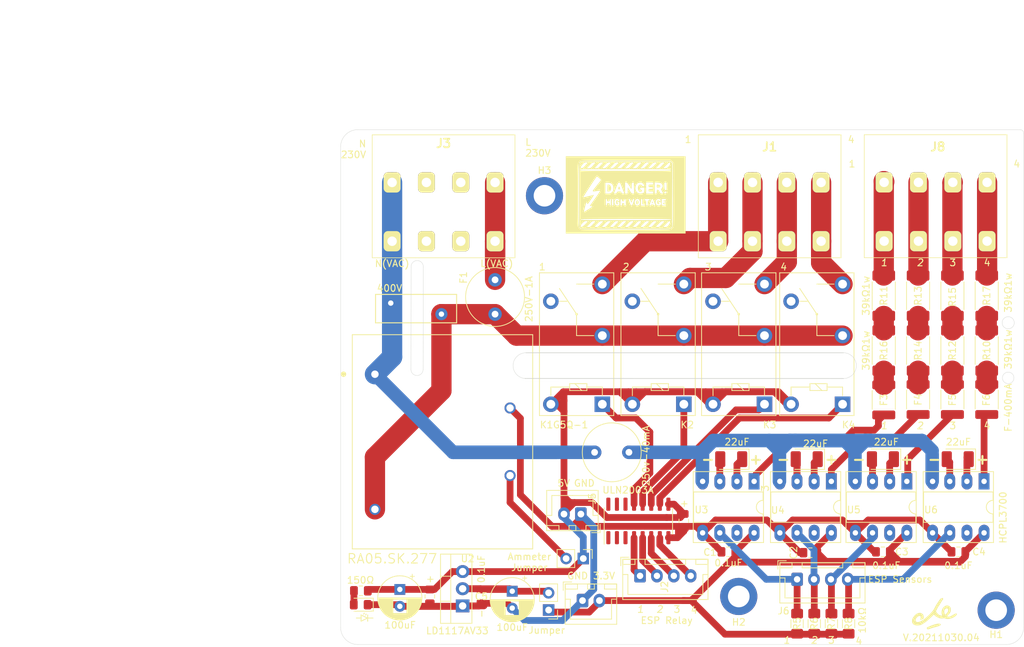
<source format=kicad_pcb>
(kicad_pcb (version 20171130) (host pcbnew "(5.1.6)-1")
  (layers (0 F.Cu signal) (31 B.Cu signal) (34 B.Paste user hide) (35 F.Paste user hide) (36 B.SilkS user hide) (37 F.SilkS user) (38 B.Mask user hide) (39 F.Mask user) (44 Edge.Cuts user))
  (net 0 "")
  (net 1 "220VAC(L)")
  (net 2 "220VAC(N)")
  (net 3 5V+)
  (net 4 3.3V+)
  (net 5 Sens4)
  (net 6 Sens3)
  (net 7 Sens2)
  (net 8 Sens1)
  (net 9 REO4)
  (net 10 REO3)
  (net 11 REO2)
  (net 12 REO1)
  (net 13 "Net-(22uF1-Pad2)")
  (net 14 "Net-(22uF1-Pad1)")
  (net 15 "Net-(22uF2-Pad2)")
  (net 16 "Net-(22uF2-Pad1)")
  (net 17 "Net-(22uF3-Pad2)")
  (net 18 "Net-(22uF3-Pad1)")
  (net 19 "Net-(22uF4-Pad2)")
  (net 20 "Net-(22uF4-Pad1)")
  (net 21 "GND(5V)")
  (net 22 REI1)
  (net 23 REI2)
  (net 24 REI3)
  (net 25 REI4)
  (net 26 "Net-(F1-Pad1)")
  (net 27 EspSens1)
  (net 28 EspSens2)
  (net 29 EspSens3)
  (net 30 EspSens4)
  (net 31 EspRel1)
  (net 32 EspRel2)
  (net 33 EspRel3)
  (net 34 EspRel4)
  (net 35 "Net-(D9-Pad2)")
  (net 36 "Net-(J9-Pad2)")
  (net 37 "Net-(F2-Pad1)")
  (net 38 "Net-(F3-Pad2)")
  (net 39 "Net-(F3-Pad1)")
  (net 40 "Net-(F4-Pad2)")
  (net 41 "Net-(F4-Pad1)")
  (net 42 "Net-(F5-Pad2)")
  (net 43 "Net-(F5-Pad1)")
  (net 44 "Net-(F6-Pad2)")
  (net 45 "Net-(F6-Pad1)")
  (net 46 "Net-(100uF_2-Pad1)")
  (net 47 "Net-(R10-Pad1)")
  (net 48 "Net-(R11-Pad2)")
  (net 49 "Net-(R12-Pad1)")
  (net 50 "Net-(R13-Pad2)")
  (module Capacitor_SMD:C_0805_2012Metric_Pad1.15x1.40mm_HandSolder (layer F.Cu) (at 112.2045 136.4525 270)
    (fp_text reference C7)
    (fp_text value 0.1uF)
    (fp_text user + (at -2.531 0 270) (layer F.SilkS))
    (pad 2 smd roundrect (at 1.025 0 270) (size 1.15 1.4) (layers F.Cu F.Paste F.Mask) (roundrect_rratio 0.217391) (net 21 "GND(5V)"))
    (pad 1 smd roundrect (at -1.025 0 270) (size 1.15 1.4) (layers F.Cu F.Paste F.Mask) (roundrect_rratio 0.217391) (net 3 5V+))
  )
  (module Capacitor_SMD:C_0805_2012Metric_Pad1.15x1.40mm_HandSolder (layer F.Cu) (at 149.7965 125.2765 270)
    (fp_text reference C6)
    (fp_text value 0.1uF)
    (fp_text user + (at -2.531 0 270) (layer F.SilkS))
    (pad 2 smd roundrect (at 1.025 0 270) (size 1.15 1.4) (layers F.Cu F.Paste F.Mask) (roundrect_rratio 0.217391) (net 21 "GND(5V)"))
    (pad 1 smd roundrect (at -1.025 0 270) (size 1.15 1.4) (layers F.Cu F.Paste F.Mask) (roundrect_rratio 0.217391) (net 3 5V+))
  )
  (module Capacitor_SMD:C_0805_2012Metric_Pad1.15x1.40mm_HandSolder (layer F.Cu) (at 119.8245 136.4525 270)
    (fp_text reference C5 (at 0.009 0 180) (layer F.SilkS))
    (fp_text value 0.1uF (at -4.055 0 270) (layer F.SilkS))
    (fp_text user - (at 2.549 0 270) (layer F.SilkS))
    (pad 2 smd roundrect (at 1.025 0 270) (size 1.15 1.4) (layers F.Cu F.Paste F.Mask) (roundrect_rratio 0.217391) (net 21 "GND(5V)"))
    (pad 1 smd roundrect (at -1.025 0 270) (size 1.15 1.4) (layers F.Cu F.Paste F.Mask) (roundrect_rratio 0.217391) (net 46 "Net-(100uF_2-Pad1)"))
  )
  (module Resistor_SMD:R_1206_3216Metric_Pad1.42x1.75mm_HandSolder (layer F.Cu) (at 174.1805 140.489 270)
    (fp_text reference R8 (at 0 0 90) (layer F.SilkS))
    (fp_text value 10kΩ (at -0.508 -2.032 90) (layer F.SilkS))
    (pad 2 smd roundrect (at 1.4875 0 270) (size 1.425 1.75) (layers F.Cu F.Paste F.Mask) (roundrect_rratio 0.175439) (net 4 3.3V+))
    (pad 1 smd roundrect (at -1.4875 0 270) (size 1.425 1.75) (layers F.Cu F.Paste F.Mask) (roundrect_rratio 0.175439) (net 27 EspSens1))
  )
  (module Resistor_SMD:R_1206_3216Metric_Pad1.42x1.75mm_HandSolder (layer F.Cu) (at 171.6405 140.489 270)
    (fp_text reference R7 (at -0.009 0 90) (layer F.SilkS))
    (fp_text value 10kΩ)
    (pad 2 smd roundrect (at 1.4875 0 270) (size 1.425 1.75) (layers F.Cu F.Paste F.Mask) (roundrect_rratio 0.175439) (net 4 3.3V+))
    (pad 1 smd roundrect (at -1.4875 0 270) (size 1.425 1.75) (layers F.Cu F.Paste F.Mask) (roundrect_rratio 0.175439) (net 28 EspSens2))
  )
  (module Resistor_SMD:R_1206_3216Metric_Pad1.42x1.75mm_HandSolder (layer F.Cu) (at 169.1005 140.489 270)
    (fp_text reference R6 (at 0 0 90) (layer F.SilkS))
    (fp_text value 10kΩ)
    (pad 2 smd roundrect (at 1.4875 0 270) (size 1.425 1.75) (layers F.Cu F.Paste F.Mask) (roundrect_rratio 0.175439) (net 4 3.3V+))
    (pad 1 smd roundrect (at -1.4875 0 270) (size 1.425 1.75) (layers F.Cu F.Paste F.Mask) (roundrect_rratio 0.175439) (net 29 EspSens3))
  )
  (module Resistor_SMD:R_1206_3216Metric_Pad1.42x1.75mm_HandSolder (layer F.Cu) (at 166.5605 140.489 270)
    (fp_text reference R5 (at 0 0 90) (layer F.SilkS))
    (fp_text value 10kΩ)
    (pad 2 smd roundrect (at 1.4875 0 270) (size 1.425 1.75) (layers F.Cu F.Paste F.Mask) (roundrect_rratio 0.175439) (net 4 3.3V+))
    (pad 1 smd roundrect (at -1.4875 0 270) (size 1.425 1.75) (layers F.Cu F.Paste F.Mask) (roundrect_rratio 0.175439) (net 30 EspSens4))
  )
  (module icons:led_6000dpi (layer F.Cu) (at 102.5525 139.5095)
    (fp_text reference G*** hide)
    (fp_text value LOGO hide)
  )
  (module icons:che (layer F.Cu) (at 186.8805 139.0015)
    (fp_text reference G*** hide)
    (fp_text value LOGO hide)
  )
  (module rac05-05sk:277 (layer F.Cu) (at 114.0765 113.5685)
    (fp_text reference RA05.SK.277 (at -7.46 17.305 180) (layer F.SilkS) (effects (font (size 1.4 1.4))))
    (fp_text value RAC05.05SK.277)
    (pad 9 thru_hole circle (at 10 -5) (size 1.65 1.65) (drill 1.1) (layers *.Cu *.Mask) (net 21 "GND(5V)"))
    (pad 7 thru_hole circle (at 10 5) (size 1.65 1.65) (drill 1.1) (layers *.Cu *.Mask) (net 36 "Net-(J9-Pad2)"))
    (pad 5 thru_hole circle (at -10 10) (size 1.65 1.65) (drill 1.1) (layers *.Cu *.Mask) (net 1 "220VAC(L)"))
    (pad 1 thru_hole rect (at -10 -10) (size 1.65 1.65) (drill 1.1) (layers *.Cu *.Mask) (net 37 "Net-(F2-Pad1)"))
  )
  (module 1017505_updated_pretty:1017505_pretty (layer F.Cu) (at 170.1165 83.8835 180)
    (fp_text reference J1 (at 7.62 13.97) (layer F.SilkS) (effects (font (size 1.27 1.27) (thickness 0.254))))
    (fp_text value 1017505 hide)
    (pad 1 thru_hole roundrect (at 0 0 270) (size 3 2.5) (drill 1.4) (layers *.Cu *.Mask F.SilkS) (net 9 REO4))
    (pad 2 thru_hole roundrect (at 0 8.7 270) (size 3 2.5) (drill 1.4) (layers *.Cu *.Mask F.SilkS) (net 9 REO4))
    (pad 3 thru_hole roundrect (at 5.08 0 270) (size 3 2.5) (drill 1.4) (layers *.Cu *.Mask F.SilkS) (net 10 REO3))
    (pad 4 thru_hole roundrect (at 5.08 8.7 270) (size 3 2.5) (drill 1.4) (layers *.Cu *.Mask F.SilkS) (net 10 REO3))
    (pad 5 thru_hole roundrect (at 10.16 0 270) (size 3 2.5) (drill 1.4) (layers *.Cu *.Mask F.SilkS) (net 11 REO2))
    (pad 6 thru_hole roundrect (at 10.16 8.7 270) (size 3 2.5) (drill 1.4) (layers *.Cu *.Mask F.SilkS) (net 11 REO2))
    (pad 7 thru_hole roundrect (at 15.24 0 270) (size 3 2.5) (drill 1.4) (layers *.Cu *.Mask F.SilkS) (net 12 REO1))
    (pad 8 thru_hole roundrect (at 15.24 8.7 270) (size 3 2.5) (drill 1.4) (layers *.Cu *.Mask F.SilkS) (net 12 REO1))
  )
  (module Package_SO:SOIC-16_3.9x9.9mm_P1.27mm (layer F.Cu) (at 143.0655 125.2855 90)
    (fp_text reference U1 hide)
    (fp_text value ULN2003A (at 4.572 -1.524 180) (layer F.SilkS))
    (pad 1 smd roundrect (at -2.475 -4.445 90) (size 1.95 0.6) (layers F.Cu F.Paste F.Mask))
    (pad 2 smd roundrect (at -2.475 -3.175 90) (size 1.95 0.6) (layers F.Cu F.Paste F.Mask))
    (pad 3 smd roundrect (at -2.475 -1.905 90) (size 1.95 0.6) (layers F.Cu F.Paste F.Mask))
    (pad 4 smd roundrect (at -2.475 -0.635 90) (size 1.95 0.6) (layers F.Cu F.Paste F.Mask) (net 34 EspRel4))
    (pad 5 smd roundrect (at -2.475 0.635 90) (size 1.95 0.6) (layers F.Cu F.Paste F.Mask) (net 33 EspRel3))
    (pad 6 smd roundrect (at -2.475 1.905 90) (size 1.95 0.6) (layers F.Cu F.Paste F.Mask) (net 32 EspRel2))
    (pad 7 smd roundrect (at -2.475 3.175 90) (size 1.95 0.6) (layers F.Cu F.Paste F.Mask) (net 31 EspRel1))
    (pad 8 smd roundrect (at -2.475 4.445 90) (size 1.95 0.6) (layers F.Cu F.Paste F.Mask) (net 21 "GND(5V)"))
    (pad 9 smd roundrect (at 2.475 4.445 90) (size 1.95 0.6) (layers F.Cu F.Paste F.Mask) (net 3 5V+))
    (pad 10 smd roundrect (at 2.475 3.175 90) (size 1.95 0.6) (layers F.Cu F.Paste F.Mask) (net 25 REI4))
    (pad 11 smd roundrect (at 2.475 1.905 90) (size 1.95 0.6) (layers F.Cu F.Paste F.Mask) (net 24 REI3))
    (pad 12 smd roundrect (at 2.475 0.635 90) (size 1.95 0.6) (layers F.Cu F.Paste F.Mask) (net 23 REI2))
    (pad 13 smd roundrect (at 2.475 -0.635 90) (size 1.95 0.6) (layers F.Cu F.Paste F.Mask) (net 22 REI1))
    (pad 14 smd roundrect (at 2.475 -1.905 90) (size 1.95 0.6) (layers F.Cu F.Paste F.Mask))
    (pad 15 smd roundrect (at 2.475 -3.175 90) (size 1.95 0.6) (layers F.Cu F.Paste F.Mask))
    (pad 16 smd roundrect (at 2.475 -4.445 90) (size 1.95 0.6) (layers F.Cu F.Paste F.Mask))
  )
  (module Capacitor_Tantalum_SMD:CP_EIA-3528-21_Kemet-B_Pad1.50x2.35mm_HandSolder (layer F.Cu) (at 190.3355 116.1415 180)
    (fp_text reference 22uF4 hide)
    (fp_text value 22uF (at -0.101 2.54 180) (layer F.SilkS))
    (pad 2 smd roundrect (at 1.625 0 180) (size 1.5 2.35) (layers F.Cu F.Paste F.Mask) (roundrect_rratio 0.166667) (net 19 "Net-(22uF4-Pad2)"))
    (pad 1 smd roundrect (at -1.625 0 180) (size 1.5 2.35) (layers F.Cu F.Paste F.Mask) (roundrect_rratio 0.166667) (net 20 "Net-(22uF4-Pad1)"))
  )
  (module Capacitor_Tantalum_SMD:CP_EIA-3528-21_Kemet-B_Pad1.50x2.35mm_HandSolder (layer F.Cu) (at 179.2605 116.1415 180)
    (fp_text reference 22uF3 hide)
    (fp_text value 22uF (at -0.508 2.54 180) (layer F.SilkS))
    (pad 2 smd roundrect (at 1.625 0 180) (size 1.5 2.35) (layers F.Cu F.Paste F.Mask) (roundrect_rratio 0.166667) (net 17 "Net-(22uF3-Pad2)"))
    (pad 1 smd roundrect (at -1.625 0 180) (size 1.5 2.35) (layers F.Cu F.Paste F.Mask) (roundrect_rratio 0.166667) (net 18 "Net-(22uF3-Pad1)"))
  )
  (module Capacitor_Tantalum_SMD:CP_EIA-3528-21_Kemet-B_Pad1.50x2.35mm_HandSolder (layer F.Cu) (at 167.9835 116.1415 180)
    (fp_text reference 22uF2 hide)
    (fp_text value 22uF (at -1.3065 2.286 180) (layer F.SilkS))
    (pad 2 smd roundrect (at 1.625 0 180) (size 1.5 2.35) (layers F.Cu F.Paste F.Mask) (roundrect_rratio 0.166667) (net 15 "Net-(22uF2-Pad2)"))
    (pad 1 smd roundrect (at -1.625 0 180) (size 1.5 2.35) (layers F.Cu F.Paste F.Mask) (roundrect_rratio 0.166667) (net 16 "Net-(22uF2-Pad1)"))
  )
  (module Capacitor_Tantalum_SMD:CP_EIA-3528-21_Kemet-B_Pad1.50x2.35mm_HandSolder (layer F.Cu) (at 156.8075 116.1415 180)
    (fp_text reference 22uF1 hide)
    (fp_text value 22uF (at -0.8525 2.54 180) (layer F.SilkS))
    (pad 2 smd roundrect (at 1.625 0 180) (size 1.5 2.35) (layers F.Cu F.Paste F.Mask) (roundrect_rratio 0.166667) (net 13 "Net-(22uF1-Pad2)"))
    (pad 1 smd roundrect (at -1.625 0 180) (size 1.5 2.35) (layers F.Cu F.Paste F.Mask) (roundrect_rratio 0.166667) (net 14 "Net-(22uF1-Pad1)"))
  )
  (module Fuse:Fuse_Littelfuse_372_D8.50mm (layer F.Cu) (at 136.5885 115.1255)
    (fp_text reference F2 hide)
    (fp_text value 250v-40mA (at 7.62 0.508 -90) (layer F.SilkS))
    (pad 2 thru_hole circle (at 5.08 0) (size 2 2) (drill 1) (layers *.Cu *.Mask) (net 2 "220VAC(N)"))
    (pad 1 thru_hole circle (at 0 0) (size 2 2) (drill 1) (layers *.Cu *.Mask) (net 37 "Net-(F2-Pad1)"))
  )
  (module Resistor_SMD:R_2512_6332Metric_Pad1.52x3.35mm_HandSolder (layer F.Cu) (at 194.6275 91.951 270)
    (fp_text reference R17 (at 0 0 90) (layer F.SilkS))
    (fp_text value 39kΩ1w (at -0.4475 -3.175 90) (layer F.SilkS))
    (pad 2 smd roundrect (at 2.9875 0 270) (size 1.525 3.35) (layers F.Cu F.Paste F.Mask) (roundrect_rratio 0.163934) (net 47 "Net-(R10-Pad1)"))
    (pad 1 smd roundrect (at -2.9875 0 270) (size 1.525 3.35) (layers F.Cu F.Paste F.Mask) (roundrect_rratio 0.163934) (net 5 Sens4))
  )
  (module Resistor_SMD:R_2512_6332Metric_Pad1.52x3.35mm_HandSolder (layer F.Cu) (at 189.5475 91.951 270)
    (fp_text reference R15 (at 0.1875 0 90) (layer F.SilkS))
    (fp_text value 39kΩ1w)
    (pad 2 smd roundrect (at 2.9875 0 270) (size 1.525 3.35) (layers F.Cu F.Paste F.Mask) (roundrect_rratio 0.163934) (net 49 "Net-(R12-Pad1)"))
    (pad 1 smd roundrect (at -2.9875 0 270) (size 1.525 3.35) (layers F.Cu F.Paste F.Mask) (roundrect_rratio 0.163934) (net 6 Sens3))
  )
  (module Resistor_SMD:R_2512_6332Metric_Pad1.52x3.35mm_HandSolder (layer F.Cu) (at 184.4675 91.951 270)
    (fp_text reference R13 (at 0 0 90) (layer F.SilkS))
    (fp_text value 39kΩ1w)
    (pad 2 smd roundrect (at 2.9875 0 270) (size 1.525 3.35) (layers F.Cu F.Paste F.Mask) (roundrect_rratio 0.163934) (net 50 "Net-(R13-Pad2)"))
    (pad 1 smd roundrect (at -2.9875 0 270) (size 1.525 3.35) (layers F.Cu F.Paste F.Mask) (roundrect_rratio 0.163934) (net 8 Sens1))
  )
  (module Resistor_SMD:R_2512_6332Metric_Pad1.52x3.35mm_HandSolder (layer F.Cu) (at 179.3875 91.951 270)
    (fp_text reference R11 (at 0 0 90) (layer F.SilkS))
    (fp_text value 39kΩ1w (at 0 2.62 90) (layer F.SilkS))
    (pad 2 smd roundrect (at 2.9875 0 270) (size 1.525 3.35) (layers F.Cu F.Paste F.Mask) (roundrect_rratio 0.163934) (net 48 "Net-(R11-Pad2)"))
    (pad 1 smd roundrect (at -2.9875 0 270) (size 1.525 3.35) (layers F.Cu F.Paste F.Mask) (roundrect_rratio 0.163934) (net 7 Sens2))
  )
  (module Connector_PinHeader_2.54mm:PinHeader_1x02_P2.54mm_Vertical (layer F.Cu) (at 129.7813 138.4681 180)
    (fp_text reference J11 hide)
    (fp_text value "Current Jumper" hide)
    (fp_text user Jumper (at 0.2794 -2.9972) (layer F.SilkS))
    (pad 2 thru_hole oval (at 0 2.54 180) (size 1.7 1.7) (drill 1) (layers *.Cu *.Mask) (net 46 "Net-(100uF_2-Pad1)"))
    (pad 1 thru_hole rect (at 0 0 180) (size 1.7 1.7) (drill 1) (layers *.Cu *.Mask) (net 4 3.3V+))
  )
  (module Connector_JST:JST_XH_B2B-XH-A_1x02_P2.50mm_Vertical (layer F.Cu) (at 134.7997 137.0711)
    (fp_text reference J10 hide)
    (fp_text value "GND 3.3V" (at 1.2808 -3.6576) (layer F.SilkS))
    (pad 2 thru_hole oval (at 2.5 0) (size 1.7 2) (drill 1) (layers *.Cu *.Mask) (net 4 3.3V+))
    (pad 1 thru_hole roundrect (at 0 0) (size 1.7 2) (drill 1) (layers *.Cu *.Mask) (roundrect_rratio 0.147059) (net 21 "GND(5V)"))
  )
  (module Resistor_SMD:R_0805_2012Metric_Pad1.15x1.40mm_HandSolder (layer F.Cu) (at 101.9937 135.6233)
    (fp_text reference R9 hide)
    (fp_text value 150Ω (at -0.0508 -1.5748) (layer F.SilkS))
    (pad 2 smd roundrect (at 1.025 0) (size 1.15 1.4) (layers F.Cu F.Paste F.Mask) (roundrect_rratio 0.217391) (net 3 5V+))
    (pad 1 smd roundrect (at -1.025 0) (size 1.15 1.4) (layers F.Cu F.Paste F.Mask) (roundrect_rratio 0.217391) (net 35 "Net-(D9-Pad2)"))
  )
  (module LED_SMD:LED_0805_2012Metric_Pad1.15x1.40mm_HandSolder (layer F.Cu) (at 101.9683 137.6807 180)
    (fp_text reference D9 hide)
    (fp_text value LED hide)
    (pad 2 smd roundrect (at 1.025 0 180) (size 1.15 1.4) (layers F.Cu F.Paste F.Mask) (roundrect_rratio 0.217391) (net 35 "Net-(D9-Pad2)"))
    (pad 1 smd roundrect (at -1.025 0 180) (size 1.15 1.4) (layers F.Cu F.Paste F.Mask) (roundrect_rratio 0.217391) (net 21 "GND(5V)"))
  )
  (module Capacitor_SMD:C_0805_2012Metric_Pad1.15x1.40mm_HandSolder (layer F.Cu) (at 190.4365 129.8575 180)
    (fp_text reference C4 (at -3.048 0) (layer F.SilkS))
    (fp_text value 0.1uF (at 0 -2.032) (layer F.SilkS))
    (pad 2 smd roundrect (at 1.025 0 180) (size 1.15 1.4) (layers F.Cu F.Paste F.Mask) (roundrect_rratio 0.217391) (net 21 "GND(5V)"))
    (pad 1 smd roundrect (at -1.025 0 180) (size 1.15 1.4) (layers F.Cu F.Paste F.Mask) (roundrect_rratio 0.217391) (net 4 3.3V+))
  )
  (module Capacitor_SMD:C_0805_2012Metric_Pad1.15x1.40mm_HandSolder (layer F.Cu) (at 179.2605 129.8575 180)
    (fp_text reference C3 (at -2.803 0) (layer F.SilkS))
    (fp_text value 0.1uF (at -0.508 -2.032) (layer F.SilkS))
    (pad 2 smd roundrect (at 1.025 0 180) (size 1.15 1.4) (layers F.Cu F.Paste F.Mask) (roundrect_rratio 0.217391) (net 21 "GND(5V)"))
    (pad 1 smd roundrect (at -1.025 0 180) (size 1.15 1.4) (layers F.Cu F.Paste F.Mask) (roundrect_rratio 0.217391) (net 4 3.3V+))
  )
  (module Capacitor_SMD:C_0805_2012Metric_Pad1.15x1.40mm_HandSolder (layer F.Cu) (at 156.3915 129.8575 180)
    (fp_text reference C1 (at 2.7215 -0.0635) (layer F.SilkS))
    (fp_text value 0.1uF (at -0.009 -1.6383) (layer F.SilkS))
    (pad 2 smd roundrect (at 1.025 0 180) (size 1.15 1.4) (layers F.Cu F.Paste F.Mask) (roundrect_rratio 0.217391) (net 21 "GND(5V)"))
    (pad 1 smd roundrect (at -1.025 0 180) (size 1.15 1.4) (layers F.Cu F.Paste F.Mask) (roundrect_rratio 0.217391) (net 4 3.3V+))
  )
  (module Capacitor_SMD:C_0805_2012Metric_Pad1.15x1.40mm_HandSolder (layer F.Cu) (at 168.52 129.9845 180)
    (fp_text reference C2 (at 2.4675 0 90) (layer F.SilkS))
    (fp_text value 0.1uF)
    (pad 2 smd roundrect (at 1.025 0 180) (size 1.15 1.4) (layers F.Cu F.Paste F.Mask) (roundrect_rratio 0.217391) (net 21 "GND(5V)"))
    (pad 1 smd roundrect (at -1.025 0 180) (size 1.15 1.4) (layers F.Cu F.Paste F.Mask) (roundrect_rratio 0.217391) (net 4 3.3V+))
  )
  (module Fuse:Fuse_1812_4532Metric_Pad1.30x3.40mm_HandSolder (layer F.Cu) (at 194.6275 107.3055 270)
    (fp_text reference F6 (at 0.073 0.056 90) (layer F.SilkS))
    (fp_text value Fuse)
    (pad 2 smd roundrect (at 2.225 0 270) (size 1.3 3.4) (layers F.Cu F.Paste F.Mask) (roundrect_rratio 0.192308) (net 44 "Net-(F6-Pad2)"))
    (pad 1 smd roundrect (at -2.225 0 270) (size 1.3 3.4) (layers F.Cu F.Paste F.Mask) (roundrect_rratio 0.192308) (net 45 "Net-(F6-Pad1)"))
  )
  (module Fuse:Fuse_1812_4532Metric_Pad1.30x3.40mm_HandSolder (layer F.Cu) (at 189.5475 107.3055 270)
    (fp_text reference F5 (at 0.073 0 90) (layer F.SilkS))
    (fp_text value Fuse)
    (pad 2 smd roundrect (at 2.225 0 270) (size 1.3 3.4) (layers F.Cu F.Paste F.Mask) (roundrect_rratio 0.192308) (net 42 "Net-(F5-Pad2)"))
    (pad 1 smd roundrect (at -2.225 0 270) (size 1.3 3.4) (layers F.Cu F.Paste F.Mask) (roundrect_rratio 0.192308) (net 43 "Net-(F5-Pad1)"))
  )
  (module Fuse:Fuse_1812_4532Metric_Pad1.30x3.40mm_HandSolder (layer F.Cu) (at 184.4675 107.3055 270)
    (fp_text reference F4 (at 0 0 90) (layer F.SilkS))
    (fp_text value Fuse)
    (pad 2 smd roundrect (at 2.225 0 270) (size 1.3 3.4) (layers F.Cu F.Paste F.Mask) (roundrect_rratio 0.192308) (net 40 "Net-(F4-Pad2)"))
    (pad 1 smd roundrect (at -2.225 0 270) (size 1.3 3.4) (layers F.Cu F.Paste F.Mask) (roundrect_rratio 0.192308) (net 41 "Net-(F4-Pad1)"))
  )
  (module Fuse:Fuse_1812_4532Metric_Pad1.30x3.40mm_HandSolder (layer F.Cu) (at 179.3875 107.369 270)
    (fp_text reference F3 (at 0 0 90) (layer F.SilkS))
    (fp_text value Fuse)
    (pad 2 smd roundrect (at 2.225 0 270) (size 1.3 3.4) (layers F.Cu F.Paste F.Mask) (roundrect_rratio 0.192308) (net 38 "Net-(F3-Pad2)"))
    (pad 1 smd roundrect (at -2.225 0 270) (size 1.3 3.4) (layers F.Cu F.Paste F.Mask) (roundrect_rratio 0.192308) (net 39 "Net-(F3-Pad1)"))
  )
  (module Resistor_SMD:R_2512_6332Metric_Pad1.52x3.35mm_HandSolder (layer F.Cu) (at 179.3875 100.061 270)
    (fp_text reference R16 (at 0 0 90) (layer F.SilkS))
    (fp_text value 39kΩ1w (at 0 2.62 90) (layer F.SilkS))
    (pad 2 smd roundrect (at 2.9875 0 270) (size 1.525 3.35) (layers F.Cu F.Paste F.Mask) (roundrect_rratio 0.163934) (net 39 "Net-(F3-Pad1)"))
    (pad 1 smd roundrect (at -2.9875 0 270) (size 1.525 3.35) (layers F.Cu F.Paste F.Mask) (roundrect_rratio 0.163934) (net 48 "Net-(R11-Pad2)"))
  )
  (module Resistor_SMD:R_2512_6332Metric_Pad1.52x3.35mm_HandSolder (layer F.Cu) (at 184.4675 100.061 270)
    (fp_text reference R14 (at 0 0 90) (layer F.SilkS))
    (fp_text value 39kΩ1w)
    (pad 2 smd roundrect (at 2.9875 0 270) (size 1.525 3.35) (layers F.Cu F.Paste F.Mask) (roundrect_rratio 0.163934) (net 41 "Net-(F4-Pad1)"))
    (pad 1 smd roundrect (at -2.9875 0 270) (size 1.525 3.35) (layers F.Cu F.Paste F.Mask) (roundrect_rratio 0.163934) (net 50 "Net-(R13-Pad2)"))
  )
  (module Resistor_SMD:R_2512_6332Metric_Pad1.52x3.35mm_HandSolder (layer F.Cu) (at 189.5475 100.061 270)
    (fp_text reference R12 (at 0 0 90) (layer F.SilkS))
    (fp_text value 39kΩ1w)
    (pad 2 smd roundrect (at 2.9875 0 270) (size 1.525 3.35) (layers F.Cu F.Paste F.Mask) (roundrect_rratio 0.163934) (net 43 "Net-(F5-Pad1)"))
    (pad 1 smd roundrect (at -2.9875 0 270) (size 1.525 3.35) (layers F.Cu F.Paste F.Mask) (roundrect_rratio 0.163934) (net 49 "Net-(R12-Pad1)"))
  )
  (module Resistor_SMD:R_2512_6332Metric_Pad1.52x3.35mm_HandSolder (layer F.Cu) (at 194.6275 100.061 270)
    (fp_text reference R10 (at 0 0 90) (layer F.SilkS))
    (fp_text value 39kΩ1w (at -0.1755 -3.175 90) (layer F.SilkS))
    (pad 2 smd roundrect (at 2.9875 0 270) (size 1.525 3.35) (layers F.Cu F.Paste F.Mask) (roundrect_rratio 0.163934) (net 45 "Net-(F6-Pad1)"))
    (pad 1 smd roundrect (at -2.9875 0 270) (size 1.525 3.35) (layers F.Cu F.Paste F.Mask) (roundrect_rratio 0.163934) (net 47 "Net-(R10-Pad1)"))
  )
  (module 1017505_updated_pretty:1017505_pretty (layer F.Cu) (at 194.6835 83.8715 180)
    (fp_text reference J8 (at 7.295 13.958) (layer F.SilkS) (effects (font (size 1.27 1.27) (thickness 0.254))))
    (fp_text value 1017505 hide)
    (pad 1 thru_hole roundrect (at 0 0 270) (size 3 2.5) (drill 1.4) (layers *.Cu *.Mask F.SilkS) (net 5 Sens4))
    (pad 2 thru_hole roundrect (at 0 8.7 270) (size 3 2.5) (drill 1.4) (layers *.Cu *.Mask F.SilkS) (net 5 Sens4))
    (pad 3 thru_hole roundrect (at 5.08 0 270) (size 3 2.5) (drill 1.4) (layers *.Cu *.Mask F.SilkS) (net 6 Sens3))
    (pad 4 thru_hole roundrect (at 5.08 8.7 270) (size 3 2.5) (drill 1.4) (layers *.Cu *.Mask F.SilkS) (net 6 Sens3))
    (pad 5 thru_hole roundrect (at 10.16 0 270) (size 3 2.5) (drill 1.4) (layers *.Cu *.Mask F.SilkS) (net 8 Sens1))
    (pad 6 thru_hole roundrect (at 10.16 8.7 270) (size 3 2.5) (drill 1.4) (layers *.Cu *.Mask F.SilkS) (net 8 Sens1))
    (pad 7 thru_hole roundrect (at 15.24 0 270) (size 3 2.5) (drill 1.4) (layers *.Cu *.Mask F.SilkS) (net 7 Sens2))
    (pad 8 thru_hole roundrect (at 15.24 8.7 270) (size 3 2.5) (drill 1.4) (layers *.Cu *.Mask F.SilkS) (net 7 Sens2))
  )
  (module 1017505_updated_pretty:1017505_pretty (layer F.Cu) (at 121.8565 83.8835 180)
    (fp_text reference J3 (at 7.62 14.478) (layer F.SilkS) (effects (font (size 1.27 1.27) (thickness 0.254))))
    (fp_text value 1017505 hide)
    (pad 1 thru_hole roundrect (at 0 0 270) (size 3 2.5) (drill 1.4) (layers *.Cu *.Mask F.SilkS) (net 26 "Net-(F1-Pad1)"))
    (pad 2 thru_hole roundrect (at 0 8.7 270) (size 3 2.5) (drill 1.4) (layers *.Cu *.Mask F.SilkS) (net 26 "Net-(F1-Pad1)"))
    (pad 3 thru_hole roundrect (at 5.08 0 270) (size 3 2.5) (drill 1.4) (layers *.Cu *.Mask F.SilkS))
    (pad 4 thru_hole roundrect (at 5.08 8.7 270) (size 3 2.5) (drill 1.4) (layers *.Cu *.Mask F.SilkS))
    (pad 5 thru_hole roundrect (at 10.16 0 270) (size 3 2.5) (drill 1.4) (layers *.Cu *.Mask F.SilkS))
    (pad 6 thru_hole roundrect (at 10.16 8.7 270) (size 3 2.5) (drill 1.4) (layers *.Cu *.Mask F.SilkS))
    (pad 7 thru_hole roundrect (at 15.24 0 270) (size 3 2.5) (drill 1.4) (layers *.Cu *.Mask F.SilkS) (net 37 "Net-(F2-Pad1)"))
    (pad 8 thru_hole roundrect (at 15.24 8.7 270) (size 3 2.5) (drill 1.4) (layers *.Cu *.Mask F.SilkS) (net 37 "Net-(F2-Pad1)"))
  )
  (module Connector_PinHeader_2.54mm:PinHeader_1x02_P2.54mm_Vertical (layer F.Cu) (at 134.9121 130.85064 270)
    (fp_text reference J9 hide)
    (fp_text value "Current Jumper" hide)
    (pad 2 thru_hole oval (at 0 2.54 270) (size 1.7 1.7) (drill 1) (layers *.Cu *.Mask) (net 36 "Net-(J9-Pad2)"))
    (pad 1 thru_hole rect (at 0 0 270) (size 1.7 1.7) (drill 1) (layers *.Cu *.Mask) (net 3 5V+))
  )
  (module Capacitor_THT:CP_Radial_D6.3mm_P2.50mm (layer F.Cu) (at 124.3965 135.6887 270)
    (fp_text reference 100uF_2 hide)
    (fp_text value 100uF hide)
    (fp_text user 100uF (at 5.3448 0) (layer F.SilkS))
    (pad 2 thru_hole circle (at 2.5 0 270) (size 1.6 1.6) (drill 0.8) (layers *.Cu *.Mask) (net 21 "GND(5V)"))
    (pad 1 thru_hole rect (at 0 0 270) (size 1.6 1.6) (drill 0.8) (layers *.Cu *.Mask) (net 46 "Net-(100uF_2-Pad1)"))
  )
  (module Capacitor_THT:CP_Radial_D6.3mm_P2.50mm (layer F.Cu) (at 107.7595 135.4201 270)
    (fp_text reference 100uF_1 hide)
    (fp_text value 100uF hide)
    (fp_text user 100uF (at 5.2832 -0.0508) (layer F.SilkS))
    (pad 2 thru_hole circle (at 2.5 0 270) (size 1.6 1.6) (drill 0.8) (layers *.Cu *.Mask) (net 21 "GND(5V)"))
    (pad 1 thru_hole rect (at 0 0 270) (size 1.6 1.6) (drill 0.8) (layers *.Cu *.Mask) (net 3 5V+))
  )
  (module icons:danger1_negative (layer F.Cu) (at 141.1605 77.0255)
    (fp_text reference G*** hide)
    (fp_text value LOGO hide)
  )
  (module Varistor:RV_Disc_D12mm_W4.2mm_P7.5mm (layer F.Cu) (at 106.4165 93.04017)
    (fp_text reference RV1 hide)
    (fp_text value 400V (at -0.181 -2.19707) (layer F.SilkS))
    (pad 2 thru_hole circle (at 7.5 1.63333) (size 1.8 1.8) (drill 0.8) (layers *.Cu *.Mask) (net 1 "220VAC(L)"))
    (pad 1 thru_hole circle (at 0 0) (size 1.8 1.8) (drill 0.8) (layers *.Cu *.Mask) (net 37 "Net-(F2-Pad1)"))
  )
  (module MountingHole:MountingHole_3.2mm_M3_ISO14580_Pad (layer F.Cu) (at 129.1717 77.1525)
    (fp_text reference H3 (at 0 -3.75) (layer F.SilkS))
    (fp_text value MountingHole_Pad)
    (pad 1 thru_hole circle (at 0 0) (size 5.5 5.5) (drill 3.2) (layers *.Cu *.Mask))
  )
  (module Relay_THT:Relay_SPDT_Omron-G5Q-1 (layer F.Cu) (at 161.7345 108.0135 90)
    (fp_text reference K3 (at -3.048 0.762) (layer F.SilkS))
    (fp_text value G5Q-1)
    (pad 5 thru_hole circle (at 0 -7.62 270) (size 2.3 2.3) (drill 1.3) (layers *.Cu *.Mask) (net 3 5V+))
    (pad 4 thru_hole circle (at 15.24 -7.62 270) (size 2.3 2.3) (drill 1.3) (layers *.Cu *.Mask))
    (pad 3 thru_hole circle (at 17.78 0 270) (size 2.3 2.3) (drill 1.3) (layers *.Cu *.Mask) (net 10 REO3))
    (pad 2 thru_hole circle (at 10.16 0 270) (size 2.3 2.3) (drill 1.3) (layers *.Cu *.Mask) (net 1 "220VAC(L)"))
    (pad 1 thru_hole rect (at 0 0 270) (size 2.3 2.3) (drill 1.3) (layers *.Cu *.Mask) (net 24 REI3))
  )
  (module Connector_JST:JST_XH_B4B-XH-A_1x04_P2.50mm_Vertical (layer F.Cu) (at 143.3125 133.4135)
    (fp_text reference J2 (at 3.6322 1.6256 -90) (layer F.SilkS))
    (fp_text value "ESP Relays")
    (pad 4 thru_hole oval (at 7.5 0) (size 1.7 1.95) (drill 0.95) (layers *.Cu *.Mask) (net 31 EspRel1))
    (pad 3 thru_hole oval (at 5 0) (size 1.7 1.95) (drill 0.95) (layers *.Cu *.Mask) (net 32 EspRel2))
    (pad 2 thru_hole oval (at 2.5 0) (size 1.7 1.95) (drill 0.95) (layers *.Cu *.Mask) (net 33 EspRel3))
    (pad 1 thru_hole roundrect (at 0 0) (size 1.7 1.95) (drill 0.95) (layers *.Cu *.Mask) (roundrect_rratio 0.147059) (net 34 EspRel4))
  )
  (module Package_DIP:DIP-8_W7.62mm_Socket_LongPads (layer F.Cu) (at 171.6265 119.4275 270)
    (fp_text reference U4 (at 4.2705 7.9235 180) (layer F.SilkS))
    (fp_text value HCPL3700)
    (pad 1 thru_hole rect (at 0 0 270) (size 2.4 1.6) (drill 0.8) (layers *.Cu *.Mask) (net 40 "Net-(F4-Pad2)"))
    (pad 5 thru_hole oval (at 7.62 7.62 270) (size 2.4 1.6) (drill 0.8) (layers *.Cu *.Mask) (net 21 "GND(5V)"))
    (pad 2 thru_hole oval (at 0 2.54 270) (size 2.4 1.6) (drill 0.8) (layers *.Cu *.Mask) (net 16 "Net-(22uF2-Pad1)"))
    (pad 6 thru_hole oval (at 7.62 5.08 270) (size 2.4 1.6) (drill 0.8) (layers *.Cu *.Mask) (net 29 EspSens3))
    (pad 3 thru_hole oval (at 0 5.08 270) (size 2.4 1.6) (drill 0.8) (layers *.Cu *.Mask) (net 15 "Net-(22uF2-Pad2)"))
    (pad 7 thru_hole oval (at 7.62 2.54 270) (size 2.4 1.6) (drill 0.8) (layers *.Cu *.Mask))
    (pad 4 thru_hole oval (at 0 7.62 270) (size 2.4 1.6) (drill 0.8) (layers *.Cu *.Mask) (net 2 "220VAC(N)"))
    (pad 8 thru_hole oval (at 7.62 0 270) (size 2.4 1.6) (drill 0.8) (layers *.Cu *.Mask) (net 4 3.3V+))
  )
  (module Package_DIP:DIP-8_W7.62mm_Socket_LongPads (layer F.Cu) (at 194.2325 119.4275 270)
    (fp_text reference U6 (at 4.207 7.86 180) (layer F.SilkS))
    (fp_text value HCPL3700)
    (pad 1 thru_hole rect (at 0 0 270) (size 2.4 1.6) (drill 0.8) (layers *.Cu *.Mask) (net 44 "Net-(F6-Pad2)"))
    (pad 5 thru_hole oval (at 7.62 7.62 270) (size 2.4 1.6) (drill 0.8) (layers *.Cu *.Mask) (net 21 "GND(5V)"))
    (pad 2 thru_hole oval (at 0 2.54 270) (size 2.4 1.6) (drill 0.8) (layers *.Cu *.Mask) (net 20 "Net-(22uF4-Pad1)"))
    (pad 6 thru_hole oval (at 7.62 5.08 270) (size 2.4 1.6) (drill 0.8) (layers *.Cu *.Mask) (net 27 EspSens1))
    (pad 3 thru_hole oval (at 0 5.08 270) (size 2.4 1.6) (drill 0.8) (layers *.Cu *.Mask) (net 19 "Net-(22uF4-Pad2)"))
    (pad 7 thru_hole oval (at 7.62 2.54 270) (size 2.4 1.6) (drill 0.8) (layers *.Cu *.Mask))
    (pad 4 thru_hole oval (at 0 7.62 270) (size 2.4 1.6) (drill 0.8) (layers *.Cu *.Mask) (net 2 "220VAC(N)"))
    (pad 8 thru_hole oval (at 7.62 0 270) (size 2.4 1.6) (drill 0.8) (layers *.Cu *.Mask) (net 4 3.3V+))
  )
  (module Package_DIP:DIP-8_W7.62mm_Socket_LongPads (layer F.Cu) (at 182.8025 119.4275 270)
    (fp_text reference U5 (at 4.207 7.86 180) (layer F.SilkS))
    (fp_text value HCPL3700)
    (pad 1 thru_hole rect (at 0 0 270) (size 2.4 1.6) (drill 0.8) (layers *.Cu *.Mask) (net 42 "Net-(F5-Pad2)"))
    (pad 5 thru_hole oval (at 7.62 7.62 270) (size 2.4 1.6) (drill 0.8) (layers *.Cu *.Mask) (net 21 "GND(5V)"))
    (pad 2 thru_hole oval (at 0 2.54 270) (size 2.4 1.6) (drill 0.8) (layers *.Cu *.Mask) (net 18 "Net-(22uF3-Pad1)"))
    (pad 6 thru_hole oval (at 7.62 5.08 270) (size 2.4 1.6) (drill 0.8) (layers *.Cu *.Mask) (net 28 EspSens2))
    (pad 3 thru_hole oval (at 0 5.08 270) (size 2.4 1.6) (drill 0.8) (layers *.Cu *.Mask) (net 17 "Net-(22uF3-Pad2)"))
    (pad 7 thru_hole oval (at 7.62 2.54 270) (size 2.4 1.6) (drill 0.8) (layers *.Cu *.Mask))
    (pad 4 thru_hole oval (at 0 7.62 270) (size 2.4 1.6) (drill 0.8) (layers *.Cu *.Mask) (net 2 "220VAC(N)"))
    (pad 8 thru_hole oval (at 7.62 0 270) (size 2.4 1.6) (drill 0.8) (layers *.Cu *.Mask) (net 4 3.3V+))
  )
  (module Package_DIP:DIP-8_W7.62mm_Socket_LongPads (layer F.Cu) (at 160.1965 119.4275 270)
    (fp_text reference U3 (at 4.207 7.7965 180) (layer F.SilkS))
    (fp_text value HCPL3700)
    (pad 1 thru_hole rect (at 0 0 270) (size 2.4 1.6) (drill 0.8) (layers *.Cu *.Mask) (net 38 "Net-(F3-Pad2)"))
    (pad 5 thru_hole oval (at 7.62 7.62 270) (size 2.4 1.6) (drill 0.8) (layers *.Cu *.Mask) (net 21 "GND(5V)"))
    (pad 2 thru_hole oval (at 0 2.54 270) (size 2.4 1.6) (drill 0.8) (layers *.Cu *.Mask) (net 14 "Net-(22uF1-Pad1)"))
    (pad 6 thru_hole oval (at 7.62 5.08 270) (size 2.4 1.6) (drill 0.8) (layers *.Cu *.Mask) (net 30 EspSens4))
    (pad 3 thru_hole oval (at 0 5.08 270) (size 2.4 1.6) (drill 0.8) (layers *.Cu *.Mask) (net 13 "Net-(22uF1-Pad2)"))
    (pad 7 thru_hole oval (at 7.62 2.54 270) (size 2.4 1.6) (drill 0.8) (layers *.Cu *.Mask))
    (pad 4 thru_hole oval (at 0 7.62 270) (size 2.4 1.6) (drill 0.8) (layers *.Cu *.Mask) (net 2 "220VAC(N)"))
    (pad 8 thru_hole oval (at 7.62 0 270) (size 2.4 1.6) (drill 0.8) (layers *.Cu *.Mask) (net 4 3.3V+))
  )
  (module Package_TO_SOT_THT:TO-220-3_Vertical (layer F.Cu) (at 117.0559 137.8585 90)
    (fp_text reference U2 (at 6.985 0.7366 180) (layer F.SilkS))
    (fp_text value LD1117S33TR_SOT223)
    (pad 3 thru_hole oval (at 5.08 0 90) (size 1.905 2) (drill 1.1) (layers *.Cu *.Mask) (net 3 5V+))
    (pad 2 thru_hole oval (at 2.54 0 90) (size 1.905 2) (drill 1.1) (layers *.Cu *.Mask) (net 46 "Net-(100uF_2-Pad1)"))
    (pad 1 thru_hole rect (at 0 0 90) (size 1.905 2) (drill 1.1) (layers *.Cu *.Mask) (net 21 "GND(5V)"))
  )
  (module Connector_JST:JST_XH_B4B-XH-A_1x04_P2.50mm_Vertical (layer F.Cu) (at 166.5605 133.9215)
    (fp_text reference J6 (at -1.9972 4.6876 180) (layer F.SilkS))
    (fp_text value "ESP Sensors" (at 15.24 0) (layer F.SilkS))
    (pad 4 thru_hole oval (at 7.5 0) (size 1.7 1.95) (drill 0.95) (layers *.Cu *.Mask) (net 27 EspSens1))
    (pad 3 thru_hole oval (at 5 0) (size 1.7 1.95) (drill 0.95) (layers *.Cu *.Mask) (net 28 EspSens2))
    (pad 2 thru_hole oval (at 2.5 0) (size 1.7 1.95) (drill 0.95) (layers *.Cu *.Mask) (net 29 EspSens3))
    (pad 1 thru_hole roundrect (at 0 0) (size 1.7 1.95) (drill 0.95) (layers *.Cu *.Mask) (roundrect_rratio 0.147059) (net 30 EspSens4))
  )
  (module Connector_JST:JST_XH_B2B-XH-A_1x02_P2.50mm_Vertical (layer F.Cu) (at 134.5565 124.2695 180)
    (fp_text reference J5 (at -1.67322 2.2733 270) (layer F.SilkS))
    (fp_text value Conn_01x02)
    (pad 2 thru_hole oval (at 2.5 0 180) (size 1.7 2) (drill 1) (layers *.Cu *.Mask) (net 3 5V+))
    (pad 1 thru_hole roundrect (at 0 0 180) (size 1.7 2) (drill 1) (layers *.Cu *.Mask) (roundrect_rratio 0.147059) (net 21 "GND(5V)"))
  )
  (module MountingHole:MountingHole_3.2mm_M3_ISO14580_Pad (layer F.Cu) (at 157.9245 136.4615)
    (fp_text reference H2 (at 0 3.81) (layer F.SilkS))
    (fp_text value MountingHole_Pad)
    (pad 1 thru_hole circle (at 0 0) (size 5.5 5.5) (drill 3.2) (layers *.Cu *.Mask))
  )
  (module MountingHole:MountingHole_3.2mm_M3_ISO14580_Pad (layer F.Cu) (at 196.0245 138.4935)
    (fp_text reference H1 (at 0 3.6068) (layer F.SilkS))
    (fp_text value MountingHole_Pad)
    (pad 1 thru_hole circle (at 0 0) (size 5.5 5.5) (drill 3.2) (layers *.Cu *.Mask))
  )
  (module Fuse:Fuse_Littelfuse_372_D8.50mm (layer F.Cu) (at 121.8565 89.5985 270)
    (fp_text reference F1 (at -0.3302 4.6736 90) (layer F.SilkS))
    (fp_text value F250V)
    (pad 2 thru_hole circle (at 5.08 0 270) (size 2 2) (drill 1) (layers *.Cu *.Mask) (net 1 "220VAC(L)"))
    (pad 1 thru_hole circle (at 0 0 270) (size 2 2) (drill 1) (layers *.Cu *.Mask) (net 26 "Net-(F1-Pad1)"))
  )
  (module Relay_THT:Relay_SPDT_Omron-G5Q-1 (layer F.Cu) (at 137.7315 108.0135 90)
    (fp_text reference K1 (at -3.048 -8.255) (layer F.SilkS))
    (fp_text value G5Q-1 (at -3.048 -4.699) (layer F.SilkS))
    (pad 5 thru_hole circle (at 0 -7.62 270) (size 2.3 2.3) (drill 1.3) (layers *.Cu *.Mask) (net 3 5V+))
    (pad 4 thru_hole circle (at 15.24 -7.62 270) (size 2.3 2.3) (drill 1.3) (layers *.Cu *.Mask))
    (pad 3 thru_hole circle (at 17.78 0 270) (size 2.3 2.3) (drill 1.3) (layers *.Cu *.Mask) (net 12 REO1))
    (pad 2 thru_hole circle (at 10.16 0 270) (size 2.3 2.3) (drill 1.3) (layers *.Cu *.Mask) (net 1 "220VAC(L)"))
    (pad 1 thru_hole rect (at 0 0 270) (size 2.3 2.3) (drill 1.3) (layers *.Cu *.Mask) (net 22 REI1))
  )
  (module Relay_THT:Relay_SPDT_Omron-G5Q-1 (layer F.Cu) (at 149.7965 108.0135 90)
    (fp_text reference K2 (at -3.048 0.508) (layer F.SilkS))
    (fp_text value G5Q-1)
    (pad 5 thru_hole circle (at 0 -7.62 270) (size 2.3 2.3) (drill 1.3) (layers *.Cu *.Mask) (net 3 5V+))
    (pad 4 thru_hole circle (at 15.24 -7.62 270) (size 2.3 2.3) (drill 1.3) (layers *.Cu *.Mask))
    (pad 3 thru_hole circle (at 17.78 0 270) (size 2.3 2.3) (drill 1.3) (layers *.Cu *.Mask) (net 11 REO2))
    (pad 2 thru_hole circle (at 10.16 0 270) (size 2.3 2.3) (drill 1.3) (layers *.Cu *.Mask) (net 1 "220VAC(L)"))
    (pad 1 thru_hole rect (at 0 0 270) (size 2.3 2.3) (drill 1.3) (layers *.Cu *.Mask) (net 23 REI2))
  )
  (module Relay_THT:Relay_SPDT_Omron-G5Q-1 (layer F.Cu) (at 173.2915 108.0135 90)
    (fp_text reference K4 (at -3.048 0.889) (layer F.SilkS))
    (fp_text value G5Q-1)
    (pad 5 thru_hole circle (at 0 -7.62 270) (size 2.3 2.3) (drill 1.3) (layers *.Cu *.Mask) (net 3 5V+))
    (pad 4 thru_hole circle (at 15.24 -7.62 270) (size 2.3 2.3) (drill 1.3) (layers *.Cu *.Mask))
    (pad 3 thru_hole circle (at 17.78 0 270) (size 2.3 2.3) (drill 1.3) (layers *.Cu *.Mask) (net 9 REO4))
    (pad 2 thru_hole circle (at 10.16 0 270) (size 2.3 2.3) (drill 1.3) (layers *.Cu *.Mask) (net 1 "220VAC(L)"))
    (pad 1 thru_hole rect (at 0 0 270) (size 2.3 2.3) (drill 1.3) (layers *.Cu *.Mask) (net 25 REI4))
  )
  (gr_text - (at 164.5285 116.1415) (layer F.SilkS) (effects (font (size 1.5 1.5) (thickness 0.3)) (justify mirror)))
  (gr_text + (at 193.9925 116.1415) (layer F.SilkS) (effects (font (size 1.5 1.5) (thickness 0.3)) (justify mirror)))
  (gr_text - (at 186.8805 116.1415) (layer F.SilkS) (effects (font (size 1.5 1.5) (thickness 0.3)) (justify mirror)))
  (gr_text + (at 182.8165 116.1415) (layer F.SilkS) (effects (font (size 1.5 1.5) (thickness 0.3)) (justify mirror)))
  (gr_text - (at 175.7045 116.1415) (layer F.SilkS) (effects (font (size 1.5 1.5) (thickness 0.3)) (justify mirror)))
  (gr_text + (at 171.6405 116.1415) (layer F.SilkS) (effects (font (size 1.5 1.5) (thickness 0.3)) (justify mirror)))
  (gr_text - (at 153.3525 116.1415) (layer F.SilkS) (effects (font (size 1.5 1.5) (thickness 0.3)) (justify mirror)))
  (gr_text + (at 160.4645 116.1415) (layer F.SilkS) (effects (font (size 1.5 1.5) (thickness 0.3)) (justify mirror)))
  (gr_text 1 (at 143.3755 138.3665) (layer F.SilkS) (effects (font (size 1 1) (thickness 0.15) italic)))
  (gr_text 3 (at 148.7805 138.3665) (layer F.SilkS) (effects (font (size 1 1))))
  (gr_text 2 (at 146.2405 138.3665) (layer F.SilkS) (effects (font (size 1 1) (thickness 0.15) italic)))
  (gr_text 4 (at 151.3205 138.4935) (layer F.SilkS) (effects (font (size 1 1))))
  (gr_text 3 (at 171.6405 142.9385) (layer F.SilkS) (effects (font (size 1 1))))
  (gr_text 1 (at 165.0365 142.9385) (layer F.SilkS) (effects (font (size 1 1) (thickness 0.15) italic)))
  (gr_text 4 (at 175.7045 143.0655) (layer F.SilkS) (effects (font (size 1 1))))
  (gr_text 2 (at 169.1005 142.9385) (layer F.SilkS) (effects (font (size 1 1) (thickness 0.15) italic)))
  (gr_arc (start 173.4185 102.2985) (end 173.4185 104.2035) (angle -180) (layer Edge.Cuts) (width 0.05))
  (gr_text 1 (at 179.4435 111.1885) (layer F.SilkS) (effects (font (size 1 1) (thickness 0.15) italic)))
  (gr_text 3 (at 189.6035 111.1885) (layer F.SilkS) (effects (font (size 1 1))))
  (gr_text 2 (at 184.7775 111.1885) (layer F.SilkS) (effects (font (size 1 1) (thickness 0.15) italic)))
  (gr_text 4 (at 194.6835 111.1885) (layer F.SilkS) (effects (font (size 1 1))))
  (gr_arc (start 199.5805 67.8815) (end 200.0885 67.8815) (angle -90) (layer Edge.Cuts) (width 0.05))
  (gr_arc (start 197.5485 141.0335) (end 197.5485 143.5735) (angle -90) (layer Edge.Cuts) (width 0.05))
  (gr_arc (start 101.5365 141.0335) (end 98.9965 141.0335) (angle -90) (layer Edge.Cuts) (width 0.05))
  (gr_arc (start 101.5365 69.9135) (end 101.5365 67.3735) (angle -90) (layer Edge.Cuts) (width 0.05))
  (gr_circle (center 197.8025 104.111195) (end 198.4375 103.539695) (layer Edge.Cuts) (width 0.05))
  (gr_circle (center 197.8025 95.9485) (end 198.4375 95.3135) (layer Edge.Cuts) (width 0.05))
  (gr_text 4 (at 174.5615 68.834) (layer F.SilkS) (effects (font (size 1 1))))
  (gr_text 1 (at 150.4315 68.834) (layer F.SilkS) (effects (font (size 1 1))))
  (gr_text F-400mA (at 197.8025 108.5215 90) (layer F.SilkS) (effects (font (size 1 1))))
  (gr_arc (start 126.4285 102.2985) (end 126.4285 100.3935) (angle -175.6167246) (layer Edge.Cuts) (width 0.05))
  (gr_text "Ammeter\nJumper" (at 126.9365 131.3815) (layer F.SilkS) (effects (font (size 1 1))))
  (gr_text 4 (at 199.0725 72.4535) (layer F.SilkS) (effects (font (size 1 1))))
  (gr_text 1 (at 174.6885 72.4535) (layer F.SilkS) (effects (font (size 1 1))))
  (gr_text "ESP Relay" (at 147.2565 140.0175) (layer F.SilkS) (effects (font (size 1 1))))
  (gr_text 250V-1A (at 126.8765 92.4435 90) (layer F.SilkS) (effects (font (size 1 1))))
  (gr_text LD1117AV33 (at 116.2685 141.5415) (layer F.SilkS) (effects (font (size 1 1))))
  (gr_text HCPL3700 (at 197.0405 124.7775 90) (layer F.SilkS) (effects (font (size 1 1))))
  (gr_text "L\n230V" (at 126.2507 70.0405) (layer F.SilkS) (effects (font (size 1 1)) (justify left)))
  (gr_text "N\n230V" (at 102.8573 70.2691) (layer F.SilkS) (effects (font (size 1 1)) (justify right)))
  (gr_arc (start 110.3065 102.8565) (end 109.4065 102.8065) (angle -186.3596602) (layer Edge.Cuts) (width 0.05))
  (gr_arc (start 110.3265 87.6465) (end 111.2265 87.6965) (angle -186.3596602) (layer Edge.Cuts) (width 0.05))
  (gr_line (start 111.2065 102.8065) (end 111.2265 87.6965) (layer Edge.Cuts) (width 0.05))
  (gr_line (start 109.4265 87.6965) (end 109.4065 102.8065) (layer Edge.Cuts) (width 0.05))
  (gr_text GND (at 135.0645 119.6975) (layer F.SilkS) (effects (font (size 1 1))))
  (gr_text 5V (at 132.0165 119.6975) (layer F.SilkS) (effects (font (size 1 1))))
  (gr_text 4 (at 164.5285 87.6935) (layer F.SilkS) (effects (font (size 1 1) (thickness 0.15) italic)))
  (gr_text 3 (at 153.3525 87.6935) (layer F.SilkS) (effects (font (size 1 1) (thickness 0.15) italic)))
  (gr_text 2 (at 141.1605 87.6935) (layer F.SilkS) (effects (font (size 1 1) (thickness 0.15) italic)))
  (gr_text 1 (at 128.8415 87.6935) (layer F.SilkS) (effects (font (size 1 1))))
  (gr_text 3 (at 161.8465 120.4455 90) (layer F.SilkS) (effects (font (size 1 1))))
  (gr_text 4 (at 194.6835 87.0585) (layer F.SilkS) (effects (font (size 1 1))))
  (gr_text 3 (at 189.6035 87.0585) (layer F.SilkS) (effects (font (size 1 1))))
  (gr_text 2 (at 184.7775 87.0585) (layer F.SilkS) (effects (font (size 1 1) (thickness 0.15) italic)))
  (gr_text 1 (at 179.4435 87.0585) (layer F.SilkS) (effects (font (size 1 1) (thickness 0.15) italic)))
  (gr_text "L(VAC)" (at 122.1105 87.1855) (layer F.SilkS) (effects (font (size 1 1))))
  (gr_text "N(VAC)" (at 106.6165 87.1855) (layer F.SilkS) (effects (font (size 1 1))))
  (gr_text V.20211030.04 (at 187.8965 142.5575) (layer F.SilkS) (effects (font (size 1 1))))
  (gr_line (start 126.4285 100.3935) (end 173.4185 100.3935) (layer Edge.Cuts) (width 0.1))
  (gr_line (start 173.4185 104.2035) (end 126.282905 104.197928) (layer Edge.Cuts) (width 0.1))
  (gr_line (start 98.9965 141.0335) (end 98.9965 69.9135) (layer Edge.Cuts) (width 0.05))
  (gr_line (start 199.5805 67.3735) (end 101.5365 67.3735) (layer Edge.Cuts) (width 0.05))
  (gr_line (start 197.5485 143.5735) (end 101.5365 143.5735) (layer Edge.Cuts) (width 0.05))
  (gr_line (start 200.0885 141.0335) (end 200.0885 67.8815) (layer Edge.Cuts) (width 0.05))
  (segment (start 125.0315 97.8535) (end 121.8565 94.6785) (width 3) (layer F.Cu) (net 1))
  (segment (start 137.7315 97.8535) (end 125.0315 97.8535) (width 3) (layer F.Cu) (net 1))
  (segment (start 137.7315 97.8535) (end 149.7965 97.8535) (width 3) (layer F.Cu) (net 1))
  (segment (start 149.7965 97.8535) (end 161.7345 97.8535) (width 3) (layer F.Cu) (net 1))
  (segment (start 161.7345 97.8535) (end 173.2915 97.8535) (width 3) (layer F.Cu) (net 1))
  (segment (start 104.0765 115.834692) (end 104.0765 123.5685) (width 3) (layer F.Cu) (net 1))
  (segment (start 113.9165 105.994692) (end 104.0765 115.834692) (width 3) (layer F.Cu) (net 1))
  (segment (start 113.9165 94.6735) (end 113.9165 105.994692) (width 3) (layer F.Cu) (net 1))
  (segment (start 121.8565 94.6785) (end 113.9215 94.6785) (width 3) (layer F.Cu) (net 1))
  (segment (start 113.9215 94.6785) (end 113.9165 94.6735) (width 3) (layer F.Cu) (net 1))
  (segment (start 163.953016 114.896015) (end 163.94649 114.902541) (width 2) (layer B.Cu) (net 2))
  (segment (start 162.436492 113.37949) (end 163.953016 114.896015) (width 2) (layer B.Cu) (net 2))
  (segment (start 173.599439 113.37949) (end 175.12249 114.902541) (width 2) (layer B.Cu) (net 2))
  (segment (start 165.469541 113.37949) (end 163.94649 114.902541) (width 2) (layer B.Cu) (net 2))
  (segment (start 166.27451 113.37949) (end 165.469541 113.37949) (width 2) (layer B.Cu) (net 2))
  (segment (start 166.27451 113.37949) (end 173.599439 113.37949) (width 2) (layer B.Cu) (net 2))
  (segment (start 177.45051 113.37949) (end 176.645541 113.37949) (width 2) (layer B.Cu) (net 2))
  (segment (start 176.645541 113.37949) (end 175.12249 114.902541) (width 2) (layer B.Cu) (net 2))
  (segment (start 175.12249 117.950541) (end 175.12249 119.4275) (width 2) (layer B.Cu) (net 2))
  (segment (start 175.12249 115.410541) (end 175.12249 117.950541) (width 2) (layer B.Cu) (net 2))
  (segment (start 163.94649 117.950541) (end 163.94649 119.4275) (width 2) (layer B.Cu) (net 2))
  (segment (start 163.94649 115.410541) (end 163.94649 117.950541) (width 2) (layer B.Cu) (net 2))
  (segment (start 186.55249 117.950541) (end 186.55249 119.4275) (width 2) (layer B.Cu) (net 2))
  (segment (start 186.55249 115.410541) (end 186.55249 117.950541) (width 2) (layer B.Cu) (net 2))
  (segment (start 177.45051 113.37949) (end 185.029439 113.37949) (width 2) (layer B.Cu) (net 2))
  (segment (start 185.029439 113.37949) (end 186.55249 114.902541) (width 2) (layer B.Cu) (net 2))
  (segment (start 152.51649 117.950541) (end 152.51649 119.4275) (width 2) (layer B.Cu) (net 2))
  (segment (start 152.55851 117.908521) (end 152.51649 117.950541) (width 2) (layer B.Cu) (net 2))
  (segment (start 152.55851 115.34751) (end 152.55851 117.908521) (width 2) (layer B.Cu) (net 2))
  (segment (start 154.14649 113.37949) (end 177.45051 113.37949) (width 2) (layer B.Cu) (net 2))
  (segment (start 152.40048 115.1255) (end 154.14649 113.37949) (width 2) (layer B.Cu) (net 2))
  (segment (start 141.6685 115.1255) (end 152.40048 115.1255) (width 2) (layer B.Cu) (net 2))
  (segment (start 163.186499 106.163499) (end 155.456501 106.163499) (width 1) (layer F.Cu) (net 3))
  (segment (start 165.0365 108.0135) (end 163.186499 106.163499) (width 1) (layer F.Cu) (net 3))
  (segment (start 151.756499 106.163499) (end 144.026501 106.163499) (width 1) (layer F.Cu) (net 3))
  (segment (start 153.6065 108.0135) (end 151.756499 106.163499) (width 1) (layer F.Cu) (net 3))
  (segment (start 153.6065 106.7435) (end 154.186501 106.163499) (width 1) (layer F.Cu) (net 3))
  (segment (start 154.186501 106.163499) (end 155.456501 106.163499) (width 1) (layer F.Cu) (net 3))
  (segment (start 153.6065 108.0135) (end 153.6065 106.7435) (width 1) (layer F.Cu) (net 3))
  (segment (start 151.756499 106.163499) (end 153.026499 106.163499) (width 1) (layer F.Cu) (net 3))
  (segment (start 153.6065 106.7435) (end 153.026499 106.163499) (width 1) (layer F.Cu) (net 3))
  (segment (start 153.026499 106.163499) (end 154.186501 106.163499) (width 1) (layer F.Cu) (net 3))
  (segment (start 153.6065 108.0135) (end 154.8765 106.7435) (width 1) (layer F.Cu) (net 3))
  (segment (start 155.456501 106.163499) (end 154.8765 106.7435) (width 1) (layer F.Cu) (net 3))
  (segment (start 142.1765 106.7435) (end 141.596499 106.163499) (width 1) (layer F.Cu) (net 3))
  (segment (start 140.326499 106.163499) (end 141.596499 106.163499) (width 1) (layer F.Cu) (net 3))
  (segment (start 142.1765 106.7435) (end 142.756501 106.163499) (width 1) (layer F.Cu) (net 3))
  (segment (start 141.596499 106.163499) (end 142.756501 106.163499) (width 1) (layer F.Cu) (net 3))
  (segment (start 142.1765 108.0135) (end 142.1765 106.7435) (width 1) (layer F.Cu) (net 3))
  (segment (start 142.756501 106.163499) (end 144.026501 106.163499) (width 1) (layer F.Cu) (net 3))
  (segment (start 152.264499 106.163499) (end 154.1145 108.0135) (width 1) (layer F.Cu) (net 3))
  (segment (start 144.026501 106.163499) (end 152.264499 106.163499) (width 1) (layer F.Cu) (net 3))
  (segment (start 142.1765 108.0135) (end 144.026501 106.163499) (width 1) (layer F.Cu) (net 3))
  (segment (start 163.821499 106.163499) (end 165.6715 108.0135) (width 1) (layer F.Cu) (net 3))
  (segment (start 155.964501 106.163499) (end 163.821499 106.163499) (width 1) (layer F.Cu) (net 3))
  (segment (start 154.1145 108.0135) (end 155.964501 106.163499) (width 1) (layer F.Cu) (net 3))
  (segment (start 140.326499 106.163499) (end 142.1765 108.0135) (width 1) (layer F.Cu) (net 3))
  (segment (start 131.961501 106.163499) (end 140.326499 106.163499) (width 1) (layer F.Cu) (net 3))
  (segment (start 130.1115 108.0135) (end 131.961501 106.163499) (width 1) (layer F.Cu) (net 3))
  (segment (start 103.2219 135.4201) (end 103.0187 135.6233) (width 1) (layer F.Cu) (net 3))
  (segment (start 107.7595 135.4201) (end 103.2219 135.4201) (width 1) (layer F.Cu) (net 3))
  (segment (start 112.8903 135.4201) (end 115.5319 132.7785) (width 1) (layer F.Cu) (net 3))
  (segment (start 107.7595 135.4201) (end 112.8903 135.4201) (width 1) (layer F.Cu) (net 3))
  (segment (start 132.98424 132.7785) (end 134.9121 130.85064) (width 1) (layer F.Cu) (net 3))
  (segment (start 132.0565 124.2695) (end 132.0565 123.7215) (width 1) (layer F.Cu) (net 3))
  (segment (start 132.0565 123.7215) (end 133.216509 122.561491) (width 1) (layer F.Cu) (net 3))
  (segment (start 132.98424 132.7785) (end 115.5319 132.7785) (width 1) (layer F.Cu) (net 3))
  (segment (start 134.9121 130.85064) (end 134.9121 127.6731) (width 1) (layer B.Cu) (net 3))
  (segment (start 132.0565 124.8175) (end 132.0565 124.2695) (width 1) (layer B.Cu) (net 3))
  (segment (start 134.9121 127.6731) (end 132.0565 124.8175) (width 1) (layer B.Cu) (net 3))
  (segment (start 132.0565 106.258498) (end 131.961501 106.163499) (width 1) (layer F.Cu) (net 3))
  (segment (start 132.928491 122.561491) (end 132.0565 121.6895) (width 1) (layer F.Cu) (net 3))
  (segment (start 133.216509 122.561491) (end 132.928491 122.561491) (width 1) (layer F.Cu) (net 3))
  (segment (start 132.0565 124.2695) (end 132.0565 121.6895) (width 1) (layer F.Cu) (net 3))
  (segment (start 131.5085 108.0135) (end 132.0565 107.4655) (width 1) (layer F.Cu) (net 3))
  (segment (start 130.1115 108.0135) (end 131.5085 108.0135) (width 1) (layer F.Cu) (net 3))
  (segment (start 132.0565 107.4655) (end 132.0565 106.258498) (width 1) (layer F.Cu) (net 3))
  (segment (start 130.1115 108.0135) (end 131.0005 108.0135) (width 1) (layer F.Cu) (net 3))
  (segment (start 131.0005 108.0135) (end 132.0565 109.0695) (width 1) (layer F.Cu) (net 3))
  (segment (start 132.0565 121.6895) (end 132.0565 109.0695) (width 1) (layer F.Cu) (net 3))
  (segment (start 132.0565 109.0695) (end 132.0565 107.4655) (width 1) (layer F.Cu) (net 3))
  (segment (start 147.5105 122.8105) (end 148.3555 122.8105) (width 1) (layer F.Cu) (net 3))
  (segment (start 136.194393 122.561491) (end 138.410402 124.7775) (width 1) (layer F.Cu) (net 3))
  (segment (start 133.570989 122.561491) (end 136.194393 122.561491) (width 1) (layer F.Cu) (net 3))
  (segment (start 132.0565 124.2695) (end 132.0565 124.07598) (width 1) (layer F.Cu) (net 3))
  (segment (start 132.0565 124.07598) (end 133.570989 122.561491) (width 1) (layer F.Cu) (net 3))
  (segment (start 149.2705 124.7775) (end 149.7965 124.2515) (width 1) (layer F.Cu) (net 3))
  (segment (start 138.410402 124.7775) (end 147.2565 124.7775) (width 1) (layer F.Cu) (net 3))
  (segment (start 147.2565 124.7775) (end 149.2705 124.7775) (width 1) (layer F.Cu) (net 3))
  (segment (start 149.2705 123.7255) (end 149.0435 123.4985) (width 1) (layer F.Cu) (net 3))
  (segment (start 148.3555 122.8105) (end 149.0435 123.4985) (width 1) (layer F.Cu) (net 3))
  (segment (start 149.2705 124.7775) (end 149.2705 123.7255) (width 1) (layer F.Cu) (net 3))
  (segment (start 149.0435 123.4985) (end 149.7965 124.2515) (width 1) (layer F.Cu) (net 3))
  (segment (start 169.545 129.129) (end 171.6265 127.0475) (width 1) (layer F.Cu) (net 4))
  (segment (start 169.545 129.9845) (end 169.545 129.129) (width 1) (layer F.Cu) (net 4))
  (segment (start 180.2855 129.5645) (end 182.8025 127.0475) (width 1) (layer F.Cu) (net 4))
  (segment (start 180.2855 129.8575) (end 180.2855 129.5645) (width 1) (layer F.Cu) (net 4))
  (segment (start 191.4615 129.8185) (end 194.2325 127.0475) (width 1) (layer F.Cu) (net 4))
  (segment (start 191.4615 129.8575) (end 191.4615 129.8185) (width 1) (layer F.Cu) (net 4))
  (segment (start 180.2855 130.5575) (end 180.2855 129.8575) (width 1) (layer F.Cu) (net 4))
  (segment (start 179.58549 131.25751) (end 180.2855 130.5575) (width 1) (layer F.Cu) (net 4))
  (segment (start 170.81801 131.25751) (end 179.58549 131.25751) (width 1) (layer F.Cu) (net 4))
  (segment (start 169.545 129.9845) (end 170.81801 131.25751) (width 1) (layer F.Cu) (net 4))
  (segment (start 190.76149 131.25751) (end 191.4615 130.5575) (width 1) (layer F.Cu) (net 4))
  (segment (start 181.68551 131.25751) (end 190.76149 131.25751) (width 1) (layer F.Cu) (net 4))
  (segment (start 180.2855 129.8575) (end 181.68551 131.25751) (width 1) (layer F.Cu) (net 4))
  (segment (start 179.58549 131.25751) (end 181.68551 131.25751) (width 1) (layer F.Cu) (net 4))
  (segment (start 191.4615 130.5575) (end 191.4615 129.8575) (width 1) (layer F.Cu) (net 4))
  (segment (start 190.63449 131.38451) (end 191.4615 130.5575) (width 1) (layer F.Cu) (net 4))
  (segment (start 169.545 130.94302) (end 169.10351 131.38451) (width 1) (layer F.Cu) (net 4))
  (segment (start 169.545 129.9845) (end 169.545 130.94302) (width 1) (layer F.Cu) (net 4))
  (segment (start 169.10351 131.38451) (end 190.63449 131.38451) (width 1) (layer F.Cu) (net 4))
  (segment (start 168.84499 131.38451) (end 168.59551 131.38451) (width 1) (layer F.Cu) (net 4))
  (segment (start 169.545 130.6845) (end 168.84499 131.38451) (width 1) (layer F.Cu) (net 4))
  (segment (start 169.545 129.9845) (end 169.545 130.6845) (width 1) (layer F.Cu) (net 4))
  (segment (start 168.59551 131.38451) (end 169.10351 131.38451) (width 1) (layer F.Cu) (net 4))
  (segment (start 157.4165 130.5575) (end 158.24351 131.38451) (width 1) (layer F.Cu) (net 4))
  (segment (start 157.4165 129.8275) (end 160.1965 127.0475) (width 1) (layer F.Cu) (net 4))
  (segment (start 158.24351 131.38451) (end 168.59551 131.38451) (width 1) (layer F.Cu) (net 4))
  (segment (start 157.4165 129.8575) (end 157.4165 130.5575) (width 1) (layer F.Cu) (net 4))
  (segment (start 151.0609 136.9131) (end 151.1625 136.8115) (width 1) (layer F.Cu) (net 4))
  (segment (start 156.58949 131.38451) (end 156.4965 131.4775) (width 1) (layer F.Cu) (net 4))
  (segment (start 157.4165 130.5575) (end 156.4965 131.4775) (width 1) (layer F.Cu) (net 4))
  (segment (start 158.24351 131.38451) (end 156.58949 131.38451) (width 1) (layer F.Cu) (net 4))
  (segment (start 156.4965 131.4775) (end 151.1625 136.8115) (width 1) (layer F.Cu) (net 4))
  (segment (start 129.7813 138.4681) (end 129.9591 138.4681) (width 1) (layer F.Cu) (net 4))
  (segment (start 137.2997 137.26462) (end 137.2997 137.0711) (width 1) (layer F.Cu) (net 4))
  (segment (start 135.79321 138.77111) (end 137.2997 137.26462) (width 1) (layer F.Cu) (net 4))
  (segment (start 130.26211 138.77111) (end 135.79321 138.77111) (width 1) (layer F.Cu) (net 4))
  (segment (start 129.9591 138.4681) (end 130.26211 138.77111) (width 1) (layer F.Cu) (net 4))
  (segment (start 150.9029 137.0711) (end 151.1625 136.8115) (width 1) (layer F.Cu) (net 4))
  (segment (start 149.6949 137.0711) (end 150.9029 137.0711) (width 1) (layer F.Cu) (net 4))
  (segment (start 137.2997 137.0711) (end 151.2189 137.0711) (width 1) (layer F.Cu) (net 4))
  (segment (start 149.6949 137.0711) (end 149.8981 137.0711) (width 1) (layer F.Cu) (net 4))
  (segment (start 174.144 142.0495) (end 174.1805 142.013) (width 1) (layer F.Cu) (net 4))
  (segment (start 155.8925 142.0495) (end 174.144 142.0495) (width 1) (layer F.Cu) (net 4))
  (segment (start 151.1625 136.8115) (end 151.1625 137.3195) (width 1) (layer F.Cu) (net 4))
  (segment (start 151.1625 137.3195) (end 155.8925 142.0495) (width 1) (layer F.Cu) (net 4))
  (segment (start 194.6835 88.9075) (end 194.6275 88.9635) (width 3) (layer F.Cu) (net 5))
  (segment (start 194.6835 75.1715) (end 194.6835 88.9075) (width 3) (layer F.Cu) (net 5))
  (segment (start 189.5475 75.2275) (end 189.6035 75.1715) (width 3) (layer F.Cu) (net 6))
  (segment (start 189.5475 88.9635) (end 189.5475 75.2275) (width 3) (layer F.Cu) (net 6))
  (segment (start 179.3875 88.9635) (end 179.3875 74.9935) (width 3) (layer F.Cu) (net 7))
  (segment (start 179.4435 75.0495) (end 179.4435 75.1715) (width 3) (layer F.Cu) (net 7))
  (segment (start 179.3875 74.9935) (end 179.4435 75.0495) (width 3) (layer F.Cu) (net 7))
  (segment (start 184.5235 88.9075) (end 184.4675 88.9635) (width 3) (layer F.Cu) (net 8))
  (segment (start 184.5235 75.1715) (end 184.5235 88.9075) (width 3) (layer F.Cu) (net 8))
  (segment (start 170.1165 83.8835) (end 170.1165 75.1835) (width 3) (layer F.Cu) (net 9))
  (segment (start 170.1165 87.0585) (end 173.2915 90.2335) (width 3) (layer F.Cu) (net 9))
  (segment (start 170.1165 83.8835) (end 170.1165 87.0585) (width 3) (layer F.Cu) (net 9))
  (segment (start 165.0365 83.8835) (end 165.0365 75.1835) (width 3) (layer F.Cu) (net 10))
  (segment (start 165.0365 86.9315) (end 161.7345 90.2335) (width 3) (layer F.Cu) (net 10))
  (segment (start 165.0365 83.8835) (end 165.0365 86.9315) (width 3) (layer F.Cu) (net 10))
  (segment (start 159.9565 83.8835) (end 159.9565 75.1835) (width 3) (layer F.Cu) (net 11))
  (segment (start 159.9565 85.368424) (end 156.001425 89.323499) (width 3) (layer F.Cu) (net 11))
  (segment (start 156.001425 89.323499) (end 150.706501 89.323499) (width 3) (layer F.Cu) (net 11))
  (segment (start 159.9565 83.8835) (end 159.9565 85.368424) (width 3) (layer F.Cu) (net 11))
  (segment (start 150.706501 89.323499) (end 149.7965 90.2335) (width 3) (layer F.Cu) (net 11))
  (segment (start 154.8765 83.8835) (end 154.8765 75.1835) (width 3) (layer F.Cu) (net 12))
  (segment (start 154.8765 83.8835) (end 144.0815 83.8835) (width 3) (layer F.Cu) (net 12))
  (segment (start 144.0815 83.8835) (end 137.7315 90.2335) (width 3) (layer F.Cu) (net 12))
  (segment (start 155.1165 115.6995) (end 155.1825 115.6335) (width 1) (layer F.Cu) (net 13))
  (segment (start 155.1165 119.4275) (end 155.1165 116.2075) (width 1) (layer F.Cu) (net 13))
  (segment (start 157.6565 116.9175) (end 158.4325 116.1415) (width 1) (layer F.Cu) (net 14))
  (segment (start 157.6565 119.4275) (end 157.6565 116.9175) (width 1) (layer F.Cu) (net 14))
  (segment (start 166.5465 119.4275) (end 166.5465 116.4615) (width 1) (layer F.Cu) (net 15))
  (segment (start 166.5465 115.8215) (end 166.3585 115.6335) (width 1) (layer F.Cu) (net 15))
  (segment (start 166.5465 119.4275) (end 166.5465 116.3295) (width 1) (layer F.Cu) (net 15))
  (segment (start 169.0865 116.6635) (end 169.6085 116.1415) (width 1) (layer F.Cu) (net 16))
  (segment (start 169.0865 119.4275) (end 169.0865 116.6635) (width 1) (layer F.Cu) (net 16))
  (segment (start 177.7225 115.7205) (end 177.6355 115.6335) (width 1) (layer F.Cu) (net 17))
  (segment (start 177.7225 119.4275) (end 177.7225 116.2285) (width 1) (layer F.Cu) (net 17))
  (segment (start 180.2625 116.7645) (end 180.8855 116.1415) (width 1) (layer F.Cu) (net 18))
  (segment (start 180.2625 119.4275) (end 180.2625 116.7645) (width 1) (layer F.Cu) (net 18))
  (segment (start 189.1525 116.5835) (end 188.7105 116.1415) (width 1) (layer F.Cu) (net 19))
  (segment (start 189.1525 119.4275) (end 189.1525 116.5835) (width 1) (layer F.Cu) (net 19))
  (segment (start 191.6925 115.9015) (end 191.9605 115.6335) (width 1) (layer F.Cu) (net 20))
  (segment (start 191.6925 119.4275) (end 191.6925 116.4095) (width 1) (layer F.Cu) (net 20))
  (segment (start 107.5201 137.6807) (end 107.7595 137.9201) (width 1) (layer F.Cu) (net 21))
  (segment (start 102.9933 137.6807) (end 107.5201 137.6807) (width 1) (layer F.Cu) (net 21))
  (segment (start 109.2835 137.9201) (end 116.9943 137.9201) (width 1) (layer F.Cu) (net 21))
  (segment (start 166.9435 129.9845) (end 167.495 129.9845) (width 1) (layer F.Cu) (net 21))
  (segment (start 164.0065 127.0475) (end 166.9435 129.9845) (width 1) (layer F.Cu) (net 21))
  (segment (start 177.9925 129.8575) (end 178.2355 129.8575) (width 1) (layer F.Cu) (net 21))
  (segment (start 175.1825 127.0475) (end 177.9925 129.8575) (width 1) (layer F.Cu) (net 21))
  (segment (start 186.6125 127.0585) (end 189.4115 129.8575) (width 1) (layer F.Cu) (net 21))
  (segment (start 186.6125 127.0475) (end 186.6125 127.0585) (width 1) (layer F.Cu) (net 21))
  (segment (start 155.3665 129.8375) (end 152.5765 127.0475) (width 1) (layer F.Cu) (net 21))
  (segment (start 155.3665 129.8575) (end 155.3665 129.8375) (width 1) (layer F.Cu) (net 21))
  (segment (start 151.61449 126.08549) (end 152.5765 127.0475) (width 1) (layer F.Cu) (net 21))
  (segment (start 126.225901 140.018101) (end 131.852699 140.018101) (width 1) (layer B.Cu) (net 21))
  (segment (start 131.852699 140.018101) (end 134.7997 137.0711) (width 1) (layer B.Cu) (net 21))
  (segment (start 124.3965 138.1887) (end 126.225901 140.018101) (width 1) (layer B.Cu) (net 21))
  (segment (start 154.495176 125.14749) (end 162.10649 125.14749) (width 1) (layer F.Cu) (net 21))
  (segment (start 152.5765 127.0475) (end 152.595166 127.0475) (width 1) (layer F.Cu) (net 21))
  (segment (start 165.90651 125.14749) (end 173.28249 125.14749) (width 1) (layer F.Cu) (net 21))
  (segment (start 184.71249 125.14749) (end 186.6125 127.0475) (width 1) (layer F.Cu) (net 21))
  (segment (start 177.08251 125.14749) (end 184.71249 125.14749) (width 1) (layer F.Cu) (net 21))
  (segment (start 153.557176 126.08549) (end 153.600833 126.041833) (width 1) (layer F.Cu) (net 21))
  (segment (start 151.61449 126.08549) (end 153.557176 126.08549) (width 1) (layer F.Cu) (net 21))
  (segment (start 152.595166 127.0475) (end 153.600833 126.041833) (width 1) (layer F.Cu) (net 21))
  (segment (start 153.600833 126.041833) (end 154.495176 125.14749) (width 1) (layer F.Cu) (net 21))
  (segment (start 165.1345 125.9195) (end 165.1485 125.9055) (width 1) (layer F.Cu) (net 21))
  (segment (start 162.8785 125.9195) (end 165.1345 125.9195) (width 1) (layer F.Cu) (net 21))
  (segment (start 162.10649 125.14749) (end 162.8785 125.9195) (width 1) (layer F.Cu) (net 21))
  (segment (start 162.8785 125.9195) (end 164.0065 127.0475) (width 1) (layer F.Cu) (net 21))
  (segment (start 164.0065 127.0475) (end 165.1485 125.9055) (width 1) (layer F.Cu) (net 21))
  (segment (start 165.1485 125.9055) (end 165.90651 125.14749) (width 1) (layer F.Cu) (net 21))
  (segment (start 176.0565 126.1735) (end 176.3245 125.9055) (width 1) (layer F.Cu) (net 21))
  (segment (start 174.3085 126.1735) (end 176.0565 126.1735) (width 1) (layer F.Cu) (net 21))
  (segment (start 174.3085 126.1735) (end 175.1825 127.0475) (width 1) (layer F.Cu) (net 21))
  (segment (start 175.1825 127.0475) (end 176.3245 125.9055) (width 1) (layer F.Cu) (net 21))
  (segment (start 176.5645 125.6655) (end 176.8325 125.3975) (width 1) (layer F.Cu) (net 21))
  (segment (start 173.28249 125.14749) (end 173.8005 125.6655) (width 1) (layer F.Cu) (net 21))
  (segment (start 173.8005 125.6655) (end 176.5645 125.6655) (width 1) (layer F.Cu) (net 21))
  (segment (start 173.8005 125.6655) (end 174.3085 126.1735) (width 1) (layer F.Cu) (net 21))
  (segment (start 176.8325 125.3975) (end 177.08251 125.14749) (width 1) (layer F.Cu) (net 21))
  (segment (start 176.3245 125.9055) (end 176.8325 125.3975) (width 1) (layer F.Cu) (net 21))
  (segment (start 118.6815 137.8585) (end 120.2055 137.8585) (width 1) (layer F.Cu) (net 21))
  (segment (start 118.6815 137.8585) (end 119.4435 137.8585) (width 1) (layer F.Cu) (net 21))
  (segment (start 117.0559 137.8585) (end 118.6815 137.8585) (width 1) (layer F.Cu) (net 21))
  (segment (start 134.5565 125.2855) (end 134.5565 124.2695) (width 1) (layer F.Cu) (net 21))
  (segment (start 135.35649 126.08549) (end 134.5565 125.2855) (width 1) (layer F.Cu) (net 21))
  (segment (start 149.7965 126.3015) (end 149.7965 126.8095) (width 1) (layer F.Cu) (net 21))
  (segment (start 148.8455 127.7605) (end 147.5105 127.7605) (width 1) (layer F.Cu) (net 21))
  (segment (start 149.7965 126.8095) (end 148.8455 127.7605) (width 1) (layer F.Cu) (net 21))
  (segment (start 148.99651 127.60949) (end 148.8455 127.7605) (width 1) (layer F.Cu) (net 21))
  (segment (start 148.99651 126.08549) (end 148.99651 127.60949) (width 1) (layer F.Cu) (net 21))
  (segment (start 151.61449 126.08549) (end 148.99651 126.08549) (width 1) (layer F.Cu) (net 21))
  (segment (start 136.462101 135.408699) (end 134.7997 137.0711) (width 1) (layer B.Cu) (net 21))
  (segment (start 134.5565 124.2695) (end 136.462101 126.175101) (width 1) (layer B.Cu) (net 21))
  (segment (start 136.462101 126.175101) (end 136.462101 135.408699) (width 1) (layer B.Cu) (net 21))
  (segment (start 119.4435 137.8585) (end 119.8245 137.4775) (width 1) (layer F.Cu) (net 21))
  (segment (start 117.0559 137.8585) (end 119.4435 137.8585) (width 1) (layer F.Cu) (net 21))
  (segment (start 123.6853 137.4775) (end 124.3965 138.1887) (width 1) (layer F.Cu) (net 21))
  (segment (start 119.8245 137.4775) (end 123.6853 137.4775) (width 1) (layer F.Cu) (net 21))
  (segment (start 116.9943 137.9201) (end 117.0559 137.8585) (width 1) (layer F.Cu) (net 21))
  (segment (start 107.7595 137.9201) (end 116.9943 137.9201) (width 1) (layer F.Cu) (net 21))
  (segment (start 125.601501 110.093501) (end 124.0765 108.5685) (width 1) (layer F.Cu) (net 21))
  (segment (start 133.32449 126.08549) (end 130.27649 126.08549) (width 1) (layer F.Cu) (net 21))
  (segment (start 130.27649 126.08549) (end 125.601501 121.410501) (width 1) (layer F.Cu) (net 21))
  (segment (start 125.601501 121.410501) (end 125.601501 110.093501) (width 1) (layer F.Cu) (net 21))
  (segment (start 133.32449 126.08549) (end 135.35649 126.08549) (width 1) (layer F.Cu) (net 21))
  (segment (start 148.99651 126.08549) (end 136.37249 126.08549) (width 1) (layer F.Cu) (net 21))
  (segment (start 134.5565 124.85348) (end 133.32449 126.08549) (width 1) (layer F.Cu) (net 21))
  (segment (start 134.5565 124.2695) (end 134.5565 124.85348) (width 1) (layer F.Cu) (net 21))
  (segment (start 136.37249 126.08549) (end 135.86449 126.08549) (width 1) (layer F.Cu) (net 21))
  (segment (start 134.5565 124.7775) (end 135.86449 126.08549) (width 1) (layer F.Cu) (net 21))
  (segment (start 134.5565 124.2695) (end 134.5565 124.7775) (width 1) (layer F.Cu) (net 21))
  (segment (start 135.86449 126.08549) (end 135.35649 126.08549) (width 1) (layer F.Cu) (net 21))
  (segment (start 138.3665 108.0135) (end 137.73649 108.64351) (width 1) (layer F.Cu) (net 22))
  (segment (start 139.7635 110.0455) (end 137.7315 108.0135) (width 1) (layer F.Cu) (net 22))
  (segment (start 142.4305 122.8105) (end 142.4305 120.55429) (width 1) (layer F.Cu) (net 22))
  (segment (start 144.763895 118.220895) (end 144.763895 112.124895) (width 1) (layer F.Cu) (net 22))
  (segment (start 142.4305 120.55429) (end 144.763895 118.220895) (width 1) (layer F.Cu) (net 22))
  (segment (start 144.763895 112.124895) (end 142.6845 110.0455) (width 1) (layer F.Cu) (net 22))
  (segment (start 142.6845 110.0455) (end 139.7635 110.0455) (width 1) (layer F.Cu) (net 22))
  (segment (start 143.7005 122.8105) (end 143.7005 120.98136) (width 1) (layer F.Cu) (net 23))
  (segment (start 149.7965 114.88536) (end 149.7965 108.0135) (width 1) (layer F.Cu) (net 23))
  (segment (start 143.7005 120.98136) (end 149.7965 114.88536) (width 1) (layer F.Cu) (net 23))
  (segment (start 160.902509 108.845491) (end 161.7345 108.0135) (width 1) (layer F.Cu) (net 24))
  (segment (start 157.533439 108.845491) (end 160.902509 108.845491) (width 1) (layer F.Cu) (net 24))
  (segment (start 144.9705 122.8105) (end 144.9705 121.40843) (width 1) (layer F.Cu) (net 24))
  (segment (start 144.9705 121.40843) (end 157.533439 108.845491) (width 1) (layer F.Cu) (net 24))
  (segment (start 158.030499 110.045501) (end 171.259499 110.045501) (width 1) (layer F.Cu) (net 25))
  (segment (start 171.259499 110.045501) (end 173.2915 108.0135) (width 1) (layer F.Cu) (net 25))
  (segment (start 146.2405 121.8355) (end 158.030499 110.045501) (width 1) (layer F.Cu) (net 25))
  (segment (start 146.2405 122.8105) (end 146.2405 121.8355) (width 1) (layer F.Cu) (net 25))
  (segment (start 121.8565 83.8835) (end 121.8565 86.4235) (width 3) (layer F.Cu) (net 26))
  (segment (start 121.8565 89.5985) (end 121.8565 83.8835) (width 3) (layer F.Cu) (net 26))
  (segment (start 121.8565 83.8835) (end 121.8565 75.18451) (width 3) (layer F.Cu) (net 26))
  (segment (start 174.1805 134.0415) (end 174.0605 133.9215) (width 1) (layer F.Cu) (net 27))
  (segment (start 174.1805 138.9925) (end 174.1805 134.0415) (width 1) (layer F.Cu) (net 27))
  (segment (start 189.133834 127.0475) (end 189.1525 127.0475) (width 1) (layer B.Cu) (net 27))
  (segment (start 182.259834 133.9215) (end 189.133834 127.0475) (width 1) (layer B.Cu) (net 27))
  (segment (start 174.0605 133.9215) (end 182.259834 133.9215) (width 1) (layer B.Cu) (net 27))
  (segment (start 171.6405 134.0015) (end 171.5605 133.9215) (width 1) (layer F.Cu) (net 28))
  (segment (start 171.6405 139.0015) (end 171.6405 134.0015) (width 1) (layer F.Cu) (net 28))
  (segment (start 171.5605 133.9215) (end 171.6405 133.9215) (width 1) (layer B.Cu) (net 28))
  (segment (start 177.7225 127.8395) (end 177.7225 127.0475) (width 1) (layer B.Cu) (net 28))
  (segment (start 171.6405 133.9215) (end 177.7225 127.8395) (width 1) (layer B.Cu) (net 28))
  (segment (start 169.1005 133.9615) (end 169.0605 133.9215) (width 1) (layer F.Cu) (net 29))
  (segment (start 169.1005 139.0015) (end 169.1005 133.9615) (width 1) (layer F.Cu) (net 29))
  (segment (start 169.0605 129.5615) (end 166.5465 127.0475) (width 1) (layer B.Cu) (net 29))
  (segment (start 169.0605 133.9215) (end 169.0605 129.5615) (width 1) (layer B.Cu) (net 29))
  (segment (start 166.5605 138.9925) (end 166.5605 133.9215) (width 1) (layer F.Cu) (net 30))
  (segment (start 161.9905 133.9215) (end 166.5605 133.9215) (width 1) (layer B.Cu) (net 30))
  (segment (start 155.1165 127.0475) (end 161.9905 133.9215) (width 1) (layer B.Cu) (net 30))
  (segment (start 146.2405 128.8415) (end 150.8125 133.4135) (width 1) (layer F.Cu) (net 31))
  (segment (start 146.2405 127.7605) (end 146.2405 128.8415) (width 1) (layer F.Cu) (net 31))
  (segment (start 144.9705 130.0715) (end 148.3125 133.4135) (width 1) (layer F.Cu) (net 32))
  (segment (start 144.9705 127.7605) (end 144.9705 130.0715) (width 1) (layer F.Cu) (net 32))
  (segment (start 145.8125 133.24498) (end 145.8125 133.4135) (width 1) (layer F.Cu) (net 33))
  (segment (start 143.7005 131.13298) (end 145.8125 133.24498) (width 1) (layer F.Cu) (net 33))
  (segment (start 143.7005 127.7605) (end 143.7005 131.13298) (width 1) (layer F.Cu) (net 33))
  (segment (start 142.4305 132.5315) (end 143.3125 133.4135) (width 1) (layer F.Cu) (net 34))
  (segment (start 142.4305 127.7605) (end 142.4305 132.5315) (width 1) (layer F.Cu) (net 34))
  (segment (start 100.9687 137.6553) (end 100.9433 137.6807) (width 1) (layer F.Cu) (net 35))
  (segment (start 100.9687 135.6233) (end 100.9687 137.6553) (width 1) (layer F.Cu) (net 35))
  (segment (start 124.0765 122.55504) (end 132.3721 130.85064) (width 1) (layer F.Cu) (net 36))
  (segment (start 124.0765 118.5685) (end 124.0765 122.55504) (width 1) (layer F.Cu) (net 36))
  (segment (start 106.6165 101.0285) (end 104.0765 103.5685) (width 3) (layer B.Cu) (net 37))
  (segment (start 106.6165 75.1835) (end 106.6165 101.0285) (width 3) (layer B.Cu) (net 37))
  (segment (start 115.6335 115.1255) (end 104.0765 103.5685) (width 2) (layer B.Cu) (net 37))
  (segment (start 131.0005 115.1255) (end 115.6335 115.1255) (width 2) (layer B.Cu) (net 37))
  (segment (start 136.5885 115.1255) (end 115.6335 115.1255) (width 2) (layer B.Cu) (net 37))
  (segment (start 160.48251 119.14149) (end 160.1965 119.4275) (width 1) (layer F.Cu) (net 38))
  (segment (start 160.48251 118.400442) (end 160.48251 119.14149) (width 1) (layer F.Cu) (net 38))
  (segment (start 173.093912 113.66649) (end 165.216462 113.66649) (width 1) (layer F.Cu) (net 38))
  (segment (start 179.3875 109.594) (end 178.59025 110.39125) (width 1) (layer F.Cu) (net 38))
  (segment (start 165.216462 113.66649) (end 160.48251 118.400442) (width 1) (layer F.Cu) (net 38))
  (segment (start 178.59025 111.22375) (end 177.96849 111.84551) (width 1) (layer F.Cu) (net 38))
  (segment (start 178.59025 110.39125) (end 178.59025 111.22375) (width 1) (layer F.Cu) (net 38))
  (segment (start 177.96849 111.84551) (end 174.914891 111.845511) (width 1) (layer F.Cu) (net 38))
  (segment (start 174.914891 111.845511) (end 173.093912 113.66649) (width 1) (layer F.Cu) (net 38))
  (segment (start 179.3875 105.144) (end 179.3875 103.0485) (width 3) (layer F.Cu) (net 39))
  (segment (start 175.66048 113.64552) (end 180.352483 113.645517) (width 1) (layer F.Cu) (net 40))
  (segment (start 171.6265 119.4275) (end 171.6265 117.6795) (width 1) (layer F.Cu) (net 40))
  (segment (start 180.352483 113.645517) (end 184.4675 109.5305) (width 1) (layer F.Cu) (net 40))
  (segment (start 171.6265 117.6795) (end 175.66048 113.64552) (width 1) (layer F.Cu) (net 40))
  (segment (start 184.4675 103.0485) (end 184.4675 105.0805) (width 3) (layer F.Cu) (net 41))
  (segment (start 182.93551 116.14249) (end 189.5475 109.5305) (width 1) (layer F.Cu) (net 42))
  (segment (start 182.93551 119.29449) (end 182.93551 116.14249) (width 1) (layer F.Cu) (net 42))
  (segment (start 182.8025 119.4275) (end 182.93551 119.29449) (width 1) (layer F.Cu) (net 42))
  (segment (start 189.6035 103.0485) (end 190.2385 103.0485) (width 0.25) (layer F.Cu) (net 43))
  (segment (start 189.5475 105.0805) (end 189.5475 103.0485) (width 3) (layer F.Cu) (net 43))
  (segment (start 194.2325 109.9255) (end 194.6275 109.5305) (width 1) (layer F.Cu) (net 44))
  (segment (start 194.2325 119.4275) (end 194.2325 109.9255) (width 1) (layer F.Cu) (net 44))
  (segment (start 194.6275 103.0485) (end 194.6275 105.0805) (width 3) (layer F.Cu) (net 45))
  (segment (start 129.5419 135.6887) (end 129.7813 135.9281) (width 1) (layer F.Cu) (net 46))
  (segment (start 124.3965 135.6887) (end 129.5419 135.6887) (width 1) (layer F.Cu) (net 46))
  (segment (start 124.0263 135.3185) (end 124.3965 135.6887) (width 1) (layer F.Cu) (net 46))
  (segment (start 117.0559 135.3185) (end 124.0263 135.3185) (width 1) (layer F.Cu) (net 46))
  (segment (start 119.7155 135.3185) (end 119.8245 135.4275) (width 1) (layer F.Cu) (net 46))
  (segment (start 117.0559 135.3185) (end 119.7155 135.3185) (width 1) (layer F.Cu) (net 46))
  (segment (start 124.1353 135.4275) (end 124.3965 135.6887) (width 1) (layer F.Cu) (net 46))
  (segment (start 119.8245 135.4275) (end 124.1353 135.4275) (width 1) (layer F.Cu) (net 46))
  (segment (start 194.6275 94.9385) (end 194.6275 97.0735) (width 3) (layer F.Cu) (net 47))
  (segment (start 179.3875 97.0735) (end 179.3875 94.9385) (width 3) (layer F.Cu) (net 48))
  (segment (start 189.5475 97.0735) (end 189.5475 94.9385) (width 3) (layer F.Cu) (net 49))
  (segment (start 184.4675 94.9385) (end 184.4675 97.0735) (width 3) (layer F.Cu) (net 50))
)
</source>
